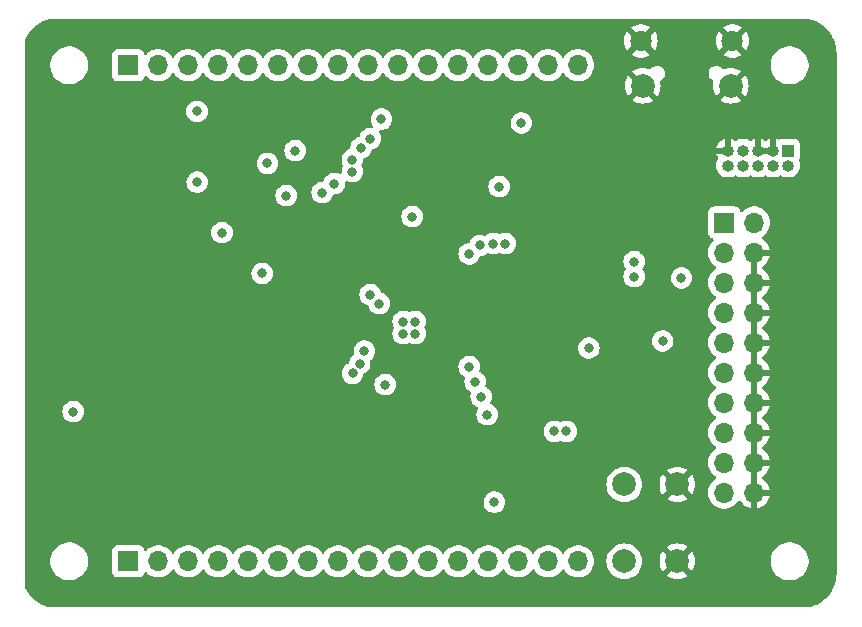
<source format=gbr>
G04 #@! TF.GenerationSoftware,KiCad,Pcbnew,8.0.3+1*
G04 #@! TF.CreationDate,2024-07-01T11:39:10+00:00*
G04 #@! TF.ProjectId,STM32103_Devel,53544d33-3231-4303-935f-446576656c2e,0.0.2*
G04 #@! TF.SameCoordinates,Original*
G04 #@! TF.FileFunction,Copper,L3,Inr*
G04 #@! TF.FilePolarity,Positive*
%FSLAX46Y46*%
G04 Gerber Fmt 4.6, Leading zero omitted, Abs format (unit mm)*
G04 Created by KiCad (PCBNEW 8.0.3+1) date 2024-07-01 11:39:10*
%MOMM*%
%LPD*%
G01*
G04 APERTURE LIST*
G04 #@! TA.AperFunction,ComponentPad*
%ADD10C,2.000000*%
G04 #@! TD*
G04 #@! TA.AperFunction,ComponentPad*
%ADD11C,1.800000*%
G04 #@! TD*
G04 #@! TA.AperFunction,ComponentPad*
%ADD12R,1.700000X1.700000*%
G04 #@! TD*
G04 #@! TA.AperFunction,ComponentPad*
%ADD13O,1.700000X1.700000*%
G04 #@! TD*
G04 #@! TA.AperFunction,ComponentPad*
%ADD14R,1.000000X1.000000*%
G04 #@! TD*
G04 #@! TA.AperFunction,ComponentPad*
%ADD15O,1.000000X1.000000*%
G04 #@! TD*
G04 #@! TA.AperFunction,ViaPad*
%ADD16C,0.800000*%
G04 #@! TD*
G04 APERTURE END LIST*
D10*
X151000000Y-116000000D03*
X151000000Y-109500000D03*
X155500000Y-116000000D03*
X155500000Y-109500000D03*
D11*
X160159000Y-71940000D03*
D10*
X160009000Y-75740000D03*
X152559000Y-75740000D03*
D11*
X152409000Y-71940000D03*
D12*
X109000000Y-74000000D03*
D13*
X111540000Y-74000000D03*
X114080000Y-74000000D03*
X116620000Y-74000000D03*
X119160000Y-74000000D03*
X121700000Y-74000000D03*
X124240000Y-74000000D03*
X126780000Y-74000000D03*
X129320000Y-74000000D03*
X131860000Y-74000000D03*
X134400000Y-74000000D03*
X136940000Y-74000000D03*
X139480000Y-74000000D03*
X142020000Y-74000000D03*
X144560000Y-74000000D03*
X147100000Y-74000000D03*
D12*
X109000000Y-116000000D03*
D13*
X111540000Y-116000000D03*
X114080000Y-116000000D03*
X116620000Y-116000000D03*
X119160000Y-116000000D03*
X121700000Y-116000000D03*
X124240000Y-116000000D03*
X126780000Y-116000000D03*
X129320000Y-116000000D03*
X131860000Y-116000000D03*
X134400000Y-116000000D03*
X136940000Y-116000000D03*
X139480000Y-116000000D03*
X142020000Y-116000000D03*
X144560000Y-116000000D03*
X147100000Y-116000000D03*
D12*
X159462000Y-87320000D03*
D13*
X162002000Y-87320000D03*
X159462000Y-89860000D03*
X162002000Y-89860000D03*
X159462000Y-92400000D03*
X162002000Y-92400000D03*
X159462000Y-94940000D03*
X162002000Y-94940000D03*
X159462000Y-97480000D03*
X162002000Y-97480000D03*
X159462000Y-100020000D03*
X162002000Y-100020000D03*
X159462000Y-102560000D03*
X162002000Y-102560000D03*
X159462000Y-105100000D03*
X162002000Y-105100000D03*
X159462000Y-107640000D03*
X162002000Y-107640000D03*
X159462000Y-110180000D03*
X162002000Y-110180000D03*
D14*
X164859000Y-81224000D03*
D15*
X164859000Y-82494000D03*
X163589000Y-81224000D03*
X163589000Y-82494000D03*
X162319000Y-81224000D03*
X162319000Y-82494000D03*
X161049000Y-81224000D03*
X161049000Y-82494000D03*
X159779000Y-81224000D03*
X159779000Y-82494000D03*
D16*
X133046000Y-86812000D03*
X123140000Y-81224000D03*
X122378000Y-85034000D03*
X130760000Y-101036000D03*
X116944443Y-88181557D03*
X104344000Y-103322000D03*
X142284000Y-78890000D03*
X145084000Y-105000000D03*
X146100000Y-105000000D03*
X114846300Y-83906600D03*
X148000000Y-97956000D03*
X114820900Y-77912200D03*
X114504000Y-91130000D03*
X162065000Y-84780000D03*
X157366000Y-95829000D03*
X126378000Y-78811000D03*
X128728000Y-80970000D03*
X140000000Y-111000000D03*
X120350661Y-91633341D03*
X155842000Y-92019000D03*
X137872000Y-89969009D03*
X137872000Y-99512000D03*
X125426000Y-84782301D03*
X126442000Y-84018000D03*
X127975000Y-83002000D03*
X127975000Y-81986000D03*
X129490000Y-80208000D03*
X140412000Y-84272000D03*
X130435840Y-78571897D03*
X154255000Y-97353000D03*
X140920000Y-89098000D03*
X139396000Y-103576000D03*
X139904000Y-89098000D03*
X138888000Y-102052000D03*
X151842000Y-91892000D03*
X138779999Y-89243999D03*
X138380000Y-100782000D03*
X151842000Y-90622000D03*
X132284000Y-96718000D03*
X133300000Y-96718000D03*
X133300000Y-95702000D03*
X132284000Y-95702000D03*
X130252000Y-94178000D03*
X129490000Y-93416000D03*
X128601000Y-99258008D03*
X127999990Y-100093718D03*
X128994924Y-98211844D03*
X120790499Y-82303501D03*
G04 #@! TA.AperFunction,Conductor*
G36*
X162256000Y-109749297D02*
G01*
X162194993Y-109714075D01*
X162067826Y-109680000D01*
X161936174Y-109680000D01*
X161809007Y-109714075D01*
X161748000Y-109749297D01*
X161748000Y-108070702D01*
X161809007Y-108105925D01*
X161936174Y-108140000D01*
X162067826Y-108140000D01*
X162194993Y-108105925D01*
X162256000Y-108070702D01*
X162256000Y-109749297D01*
G37*
G04 #@! TD.AperFunction*
G04 #@! TA.AperFunction,Conductor*
G36*
X162256000Y-107209297D02*
G01*
X162194993Y-107174075D01*
X162067826Y-107140000D01*
X161936174Y-107140000D01*
X161809007Y-107174075D01*
X161748000Y-107209297D01*
X161748000Y-105530702D01*
X161809007Y-105565925D01*
X161936174Y-105600000D01*
X162067826Y-105600000D01*
X162194993Y-105565925D01*
X162256000Y-105530702D01*
X162256000Y-107209297D01*
G37*
G04 #@! TD.AperFunction*
G04 #@! TA.AperFunction,Conductor*
G36*
X162256000Y-104669297D02*
G01*
X162194993Y-104634075D01*
X162067826Y-104600000D01*
X161936174Y-104600000D01*
X161809007Y-104634075D01*
X161748000Y-104669297D01*
X161748000Y-102990702D01*
X161809007Y-103025925D01*
X161936174Y-103060000D01*
X162067826Y-103060000D01*
X162194993Y-103025925D01*
X162256000Y-102990702D01*
X162256000Y-104669297D01*
G37*
G04 #@! TD.AperFunction*
G04 #@! TA.AperFunction,Conductor*
G36*
X162256000Y-102129297D02*
G01*
X162194993Y-102094075D01*
X162067826Y-102060000D01*
X161936174Y-102060000D01*
X161809007Y-102094075D01*
X161748000Y-102129297D01*
X161748000Y-100450702D01*
X161809007Y-100485925D01*
X161936174Y-100520000D01*
X162067826Y-100520000D01*
X162194993Y-100485925D01*
X162256000Y-100450702D01*
X162256000Y-102129297D01*
G37*
G04 #@! TD.AperFunction*
G04 #@! TA.AperFunction,Conductor*
G36*
X162256000Y-99589297D02*
G01*
X162194993Y-99554075D01*
X162067826Y-99520000D01*
X161936174Y-99520000D01*
X161809007Y-99554075D01*
X161748000Y-99589297D01*
X161748000Y-97910702D01*
X161809007Y-97945925D01*
X161936174Y-97980000D01*
X162067826Y-97980000D01*
X162194993Y-97945925D01*
X162256000Y-97910702D01*
X162256000Y-99589297D01*
G37*
G04 #@! TD.AperFunction*
G04 #@! TA.AperFunction,Conductor*
G36*
X162256000Y-97049297D02*
G01*
X162194993Y-97014075D01*
X162067826Y-96980000D01*
X161936174Y-96980000D01*
X161809007Y-97014075D01*
X161748000Y-97049297D01*
X161748000Y-95370702D01*
X161809007Y-95405925D01*
X161936174Y-95440000D01*
X162067826Y-95440000D01*
X162194993Y-95405925D01*
X162256000Y-95370702D01*
X162256000Y-97049297D01*
G37*
G04 #@! TD.AperFunction*
G04 #@! TA.AperFunction,Conductor*
G36*
X162256000Y-94509297D02*
G01*
X162194993Y-94474075D01*
X162067826Y-94440000D01*
X161936174Y-94440000D01*
X161809007Y-94474075D01*
X161748000Y-94509297D01*
X161748000Y-92830702D01*
X161809007Y-92865925D01*
X161936174Y-92900000D01*
X162067826Y-92900000D01*
X162194993Y-92865925D01*
X162256000Y-92830702D01*
X162256000Y-94509297D01*
G37*
G04 #@! TD.AperFunction*
G04 #@! TA.AperFunction,Conductor*
G36*
X162256000Y-91969297D02*
G01*
X162194993Y-91934075D01*
X162067826Y-91900000D01*
X161936174Y-91900000D01*
X161809007Y-91934075D01*
X161748000Y-91969297D01*
X161748000Y-90290702D01*
X161809007Y-90325925D01*
X161936174Y-90360000D01*
X162067826Y-90360000D01*
X162194993Y-90325925D01*
X162256000Y-90290702D01*
X162256000Y-91969297D01*
G37*
G04 #@! TD.AperFunction*
G04 #@! TA.AperFunction,Conductor*
G36*
X166671776Y-70104793D02*
G01*
X166912793Y-70169373D01*
X166925336Y-70173449D01*
X167203671Y-70280292D01*
X167215719Y-70285656D01*
X167481368Y-70421010D01*
X167492785Y-70427601D01*
X167742838Y-70589988D01*
X167753495Y-70597732D01*
X167985197Y-70785360D01*
X167994998Y-70794185D01*
X168205814Y-71005001D01*
X168214639Y-71014802D01*
X168402263Y-71246498D01*
X168410013Y-71257164D01*
X168572394Y-71507208D01*
X168578989Y-71518631D01*
X168714343Y-71784280D01*
X168719707Y-71796327D01*
X168826550Y-72074661D01*
X168830626Y-72087205D01*
X168907790Y-72375188D01*
X168910532Y-72388088D01*
X168957172Y-72682563D01*
X168958550Y-72695679D01*
X168974327Y-72996698D01*
X168974500Y-73003293D01*
X168974500Y-116996706D01*
X168974327Y-117003301D01*
X168958550Y-117304320D01*
X168957172Y-117317436D01*
X168910532Y-117611911D01*
X168907790Y-117624811D01*
X168830626Y-117912794D01*
X168826550Y-117925338D01*
X168719707Y-118203672D01*
X168714343Y-118215719D01*
X168578989Y-118481368D01*
X168572394Y-118492791D01*
X168410015Y-118742832D01*
X168402263Y-118753501D01*
X168214639Y-118985197D01*
X168205814Y-118994998D01*
X167994998Y-119205814D01*
X167985197Y-119214639D01*
X167753501Y-119402263D01*
X167742832Y-119410015D01*
X167492791Y-119572394D01*
X167481368Y-119578989D01*
X167215719Y-119714343D01*
X167203671Y-119719707D01*
X166925336Y-119826550D01*
X166912794Y-119830626D01*
X166748336Y-119874692D01*
X166671774Y-119895207D01*
X166639165Y-119899500D01*
X102360835Y-119899500D01*
X102328224Y-119895207D01*
X102087206Y-119830626D01*
X102074663Y-119826550D01*
X101796328Y-119719707D01*
X101784280Y-119714343D01*
X101518631Y-119578989D01*
X101507208Y-119572394D01*
X101257167Y-119410015D01*
X101246498Y-119402263D01*
X101187493Y-119354482D01*
X101014802Y-119214639D01*
X101005001Y-119205814D01*
X100794185Y-118994998D01*
X100785360Y-118985197D01*
X100597736Y-118753501D01*
X100589988Y-118742838D01*
X100427601Y-118492785D01*
X100421010Y-118481368D01*
X100297733Y-118239420D01*
X100284000Y-118182218D01*
X100284000Y-115874038D01*
X102399500Y-115874038D01*
X102399500Y-116125962D01*
X102417029Y-116236632D01*
X102438911Y-116374790D01*
X102483662Y-116512518D01*
X102516759Y-116614379D01*
X102631130Y-116838845D01*
X102779207Y-117042656D01*
X102779209Y-117042658D01*
X102779211Y-117042661D01*
X102957338Y-117220788D01*
X102957341Y-117220790D01*
X102957344Y-117220793D01*
X103161155Y-117368870D01*
X103385621Y-117483241D01*
X103625215Y-117561090D01*
X103874038Y-117600500D01*
X103874041Y-117600500D01*
X104125959Y-117600500D01*
X104125962Y-117600500D01*
X104374785Y-117561090D01*
X104614379Y-117483241D01*
X104838845Y-117368870D01*
X105042656Y-117220793D01*
X105220793Y-117042656D01*
X105368870Y-116838845D01*
X105483241Y-116614379D01*
X105561090Y-116374785D01*
X105600500Y-116125962D01*
X105600500Y-115874038D01*
X105561090Y-115625215D01*
X105483241Y-115385621D01*
X105368870Y-115161155D01*
X105325419Y-115101350D01*
X107641500Y-115101350D01*
X107641500Y-116898649D01*
X107648009Y-116959196D01*
X107648011Y-116959204D01*
X107699110Y-117096202D01*
X107699112Y-117096207D01*
X107786738Y-117213261D01*
X107903792Y-117300887D01*
X107903794Y-117300888D01*
X107903796Y-117300889D01*
X107930690Y-117310920D01*
X108040795Y-117351988D01*
X108040803Y-117351990D01*
X108101350Y-117358499D01*
X108101355Y-117358499D01*
X108101362Y-117358500D01*
X108101368Y-117358500D01*
X109898632Y-117358500D01*
X109898638Y-117358500D01*
X109898645Y-117358499D01*
X109898649Y-117358499D01*
X109959196Y-117351990D01*
X109959199Y-117351989D01*
X109959201Y-117351989D01*
X109969253Y-117348240D01*
X109978045Y-117344960D01*
X110096204Y-117300889D01*
X110166399Y-117248342D01*
X110213261Y-117213261D01*
X110300886Y-117096208D01*
X110300885Y-117096208D01*
X110300889Y-117096204D01*
X110344999Y-116977939D01*
X110387545Y-116921107D01*
X110454066Y-116896296D01*
X110523440Y-116911388D01*
X110555753Y-116936635D01*
X110614085Y-117000000D01*
X110616762Y-117002908D01*
X110617267Y-117003301D01*
X110794424Y-117141189D01*
X110992426Y-117248342D01*
X110992427Y-117248342D01*
X110992428Y-117248343D01*
X111104227Y-117286723D01*
X111205365Y-117321444D01*
X111427431Y-117358500D01*
X111427435Y-117358500D01*
X111652565Y-117358500D01*
X111652569Y-117358500D01*
X111874635Y-117321444D01*
X112087574Y-117248342D01*
X112285576Y-117141189D01*
X112463240Y-117002906D01*
X112615722Y-116837268D01*
X112704518Y-116701354D01*
X112758520Y-116655268D01*
X112828868Y-116645692D01*
X112893225Y-116675669D01*
X112915480Y-116701353D01*
X112948607Y-116752058D01*
X113004275Y-116837265D01*
X113004279Y-116837270D01*
X113072511Y-116911388D01*
X113151052Y-116996706D01*
X113156762Y-117002908D01*
X113157267Y-117003301D01*
X113334424Y-117141189D01*
X113532426Y-117248342D01*
X113532427Y-117248342D01*
X113532428Y-117248343D01*
X113644227Y-117286723D01*
X113745365Y-117321444D01*
X113967431Y-117358500D01*
X113967435Y-117358500D01*
X114192565Y-117358500D01*
X114192569Y-117358500D01*
X114414635Y-117321444D01*
X114627574Y-117248342D01*
X114825576Y-117141189D01*
X115003240Y-117002906D01*
X115155722Y-116837268D01*
X115244518Y-116701354D01*
X115298520Y-116655268D01*
X115368868Y-116645692D01*
X115433225Y-116675669D01*
X115455480Y-116701353D01*
X115488607Y-116752058D01*
X115544275Y-116837265D01*
X115544279Y-116837270D01*
X115612511Y-116911388D01*
X115691052Y-116996706D01*
X115696762Y-117002908D01*
X115697267Y-117003301D01*
X115874424Y-117141189D01*
X116072426Y-117248342D01*
X116072427Y-117248342D01*
X116072428Y-117248343D01*
X116184227Y-117286723D01*
X116285365Y-117321444D01*
X116507431Y-117358500D01*
X116507435Y-117358500D01*
X116732565Y-117358500D01*
X116732569Y-117358500D01*
X116954635Y-117321444D01*
X117167574Y-117248342D01*
X117365576Y-117141189D01*
X117543240Y-117002906D01*
X117695722Y-116837268D01*
X117784518Y-116701354D01*
X117838520Y-116655268D01*
X117908868Y-116645692D01*
X117973225Y-116675669D01*
X117995480Y-116701353D01*
X118028607Y-116752058D01*
X118084275Y-116837265D01*
X118084279Y-116837270D01*
X118152511Y-116911388D01*
X118231052Y-116996706D01*
X118236762Y-117002908D01*
X118237267Y-117003301D01*
X118414424Y-117141189D01*
X118612426Y-117248342D01*
X118612427Y-117248342D01*
X118612428Y-117248343D01*
X118724227Y-117286723D01*
X118825365Y-117321444D01*
X119047431Y-117358500D01*
X119047435Y-117358500D01*
X119272565Y-117358500D01*
X119272569Y-117358500D01*
X119494635Y-117321444D01*
X119707574Y-117248342D01*
X119905576Y-117141189D01*
X120083240Y-117002906D01*
X120235722Y-116837268D01*
X120324518Y-116701354D01*
X120378520Y-116655268D01*
X120448868Y-116645692D01*
X120513225Y-116675669D01*
X120535480Y-116701353D01*
X120568607Y-116752058D01*
X120624275Y-116837265D01*
X120624279Y-116837270D01*
X120692511Y-116911388D01*
X120771052Y-116996706D01*
X120776762Y-117002908D01*
X120777267Y-117003301D01*
X120954424Y-117141189D01*
X121152426Y-117248342D01*
X121152427Y-117248342D01*
X121152428Y-117248343D01*
X121264227Y-117286723D01*
X121365365Y-117321444D01*
X121587431Y-117358500D01*
X121587435Y-117358500D01*
X121812565Y-117358500D01*
X121812569Y-117358500D01*
X122034635Y-117321444D01*
X122247574Y-117248342D01*
X122445576Y-117141189D01*
X122623240Y-117002906D01*
X122775722Y-116837268D01*
X122864518Y-116701354D01*
X122918520Y-116655268D01*
X122988868Y-116645692D01*
X123053225Y-116675669D01*
X123075480Y-116701353D01*
X123108607Y-116752058D01*
X123164275Y-116837265D01*
X123164279Y-116837270D01*
X123232511Y-116911388D01*
X123311052Y-116996706D01*
X123316762Y-117002908D01*
X123317267Y-117003301D01*
X123494424Y-117141189D01*
X123692426Y-117248342D01*
X123692427Y-117248342D01*
X123692428Y-117248343D01*
X123804227Y-117286723D01*
X123905365Y-117321444D01*
X124127431Y-117358500D01*
X124127435Y-117358500D01*
X124352565Y-117358500D01*
X124352569Y-117358500D01*
X124574635Y-117321444D01*
X124787574Y-117248342D01*
X124985576Y-117141189D01*
X125163240Y-117002906D01*
X125315722Y-116837268D01*
X125404518Y-116701354D01*
X125458520Y-116655268D01*
X125528868Y-116645692D01*
X125593225Y-116675669D01*
X125615480Y-116701353D01*
X125648607Y-116752058D01*
X125704275Y-116837265D01*
X125704279Y-116837270D01*
X125772511Y-116911388D01*
X125851052Y-116996706D01*
X125856762Y-117002908D01*
X125857267Y-117003301D01*
X126034424Y-117141189D01*
X126232426Y-117248342D01*
X126232427Y-117248342D01*
X126232428Y-117248343D01*
X126344227Y-117286723D01*
X126445365Y-117321444D01*
X126667431Y-117358500D01*
X126667435Y-117358500D01*
X126892565Y-117358500D01*
X126892569Y-117358500D01*
X127114635Y-117321444D01*
X127327574Y-117248342D01*
X127525576Y-117141189D01*
X127703240Y-117002906D01*
X127855722Y-116837268D01*
X127944518Y-116701354D01*
X127998520Y-116655268D01*
X128068868Y-116645692D01*
X128133225Y-116675669D01*
X128155480Y-116701353D01*
X128188607Y-116752058D01*
X128244275Y-116837265D01*
X128244279Y-116837270D01*
X128312511Y-116911388D01*
X128391052Y-116996706D01*
X128396762Y-117002908D01*
X128397267Y-117003301D01*
X128574424Y-117141189D01*
X128772426Y-117248342D01*
X128772427Y-117248342D01*
X128772428Y-117248343D01*
X128884227Y-117286723D01*
X128985365Y-117321444D01*
X129207431Y-117358500D01*
X129207435Y-117358500D01*
X129432565Y-117358500D01*
X129432569Y-117358500D01*
X129654635Y-117321444D01*
X129867574Y-117248342D01*
X130065576Y-117141189D01*
X130243240Y-117002906D01*
X130395722Y-116837268D01*
X130484518Y-116701354D01*
X130538520Y-116655268D01*
X130608868Y-116645692D01*
X130673225Y-116675669D01*
X130695480Y-116701353D01*
X130728607Y-116752058D01*
X130784275Y-116837265D01*
X130784279Y-116837270D01*
X130852511Y-116911388D01*
X130931052Y-116996706D01*
X130936762Y-117002908D01*
X130937267Y-117003301D01*
X131114424Y-117141189D01*
X131312426Y-117248342D01*
X131312427Y-117248342D01*
X131312428Y-117248343D01*
X131424227Y-117286723D01*
X131525365Y-117321444D01*
X131747431Y-117358500D01*
X131747435Y-117358500D01*
X131972565Y-117358500D01*
X131972569Y-117358500D01*
X132194635Y-117321444D01*
X132407574Y-117248342D01*
X132605576Y-117141189D01*
X132783240Y-117002906D01*
X132935722Y-116837268D01*
X133024518Y-116701354D01*
X133078520Y-116655268D01*
X133148868Y-116645692D01*
X133213225Y-116675669D01*
X133235480Y-116701353D01*
X133268607Y-116752058D01*
X133324275Y-116837265D01*
X133324279Y-116837270D01*
X133392511Y-116911388D01*
X133471052Y-116996706D01*
X133476762Y-117002908D01*
X133477267Y-117003301D01*
X133654424Y-117141189D01*
X133852426Y-117248342D01*
X133852427Y-117248342D01*
X133852428Y-117248343D01*
X133964227Y-117286723D01*
X134065365Y-117321444D01*
X134287431Y-117358500D01*
X134287435Y-117358500D01*
X134512565Y-117358500D01*
X134512569Y-117358500D01*
X134734635Y-117321444D01*
X134947574Y-117248342D01*
X135145576Y-117141189D01*
X135323240Y-117002906D01*
X135475722Y-116837268D01*
X135564518Y-116701354D01*
X135618520Y-116655268D01*
X135688868Y-116645692D01*
X135753225Y-116675669D01*
X135775480Y-116701353D01*
X135808607Y-116752058D01*
X135864275Y-116837265D01*
X135864279Y-116837270D01*
X135932511Y-116911388D01*
X136011052Y-116996706D01*
X136016762Y-117002908D01*
X136017267Y-117003301D01*
X136194424Y-117141189D01*
X136392426Y-117248342D01*
X136392427Y-117248342D01*
X136392428Y-117248343D01*
X136504227Y-117286723D01*
X136605365Y-117321444D01*
X136827431Y-117358500D01*
X136827435Y-117358500D01*
X137052565Y-117358500D01*
X137052569Y-117358500D01*
X137274635Y-117321444D01*
X137487574Y-117248342D01*
X137685576Y-117141189D01*
X137863240Y-117002906D01*
X138015722Y-116837268D01*
X138104518Y-116701354D01*
X138158520Y-116655268D01*
X138228868Y-116645692D01*
X138293225Y-116675669D01*
X138315480Y-116701353D01*
X138348607Y-116752058D01*
X138404275Y-116837265D01*
X138404279Y-116837270D01*
X138472511Y-116911388D01*
X138551052Y-116996706D01*
X138556762Y-117002908D01*
X138557267Y-117003301D01*
X138734424Y-117141189D01*
X138932426Y-117248342D01*
X138932427Y-117248342D01*
X138932428Y-117248343D01*
X139044227Y-117286723D01*
X139145365Y-117321444D01*
X139367431Y-117358500D01*
X139367435Y-117358500D01*
X139592565Y-117358500D01*
X139592569Y-117358500D01*
X139814635Y-117321444D01*
X140027574Y-117248342D01*
X140225576Y-117141189D01*
X140403240Y-117002906D01*
X140555722Y-116837268D01*
X140644518Y-116701354D01*
X140698520Y-116655268D01*
X140768868Y-116645692D01*
X140833225Y-116675669D01*
X140855480Y-116701353D01*
X140888607Y-116752058D01*
X140944275Y-116837265D01*
X140944279Y-116837270D01*
X141012511Y-116911388D01*
X141091052Y-116996706D01*
X141096762Y-117002908D01*
X141097267Y-117003301D01*
X141274424Y-117141189D01*
X141472426Y-117248342D01*
X141472427Y-117248342D01*
X141472428Y-117248343D01*
X141584227Y-117286723D01*
X141685365Y-117321444D01*
X141907431Y-117358500D01*
X141907435Y-117358500D01*
X142132565Y-117358500D01*
X142132569Y-117358500D01*
X142354635Y-117321444D01*
X142567574Y-117248342D01*
X142765576Y-117141189D01*
X142943240Y-117002906D01*
X143095722Y-116837268D01*
X143184518Y-116701354D01*
X143238520Y-116655268D01*
X143308868Y-116645692D01*
X143373225Y-116675669D01*
X143395480Y-116701353D01*
X143428607Y-116752058D01*
X143484275Y-116837265D01*
X143484279Y-116837270D01*
X143552511Y-116911388D01*
X143631052Y-116996706D01*
X143636762Y-117002908D01*
X143637267Y-117003301D01*
X143814424Y-117141189D01*
X144012426Y-117248342D01*
X144012427Y-117248342D01*
X144012428Y-117248343D01*
X144124227Y-117286723D01*
X144225365Y-117321444D01*
X144447431Y-117358500D01*
X144447435Y-117358500D01*
X144672565Y-117358500D01*
X144672569Y-117358500D01*
X144894635Y-117321444D01*
X145107574Y-117248342D01*
X145305576Y-117141189D01*
X145483240Y-117002906D01*
X145635722Y-116837268D01*
X145724518Y-116701354D01*
X145778520Y-116655268D01*
X145848868Y-116645692D01*
X145913225Y-116675669D01*
X145935480Y-116701353D01*
X145968607Y-116752058D01*
X146024275Y-116837265D01*
X146024279Y-116837270D01*
X146092511Y-116911388D01*
X146171052Y-116996706D01*
X146176762Y-117002908D01*
X146177267Y-117003301D01*
X146354424Y-117141189D01*
X146552426Y-117248342D01*
X146552427Y-117248342D01*
X146552428Y-117248343D01*
X146664227Y-117286723D01*
X146765365Y-117321444D01*
X146987431Y-117358500D01*
X146987435Y-117358500D01*
X147212565Y-117358500D01*
X147212569Y-117358500D01*
X147434635Y-117321444D01*
X147647574Y-117248342D01*
X147845576Y-117141189D01*
X148023240Y-117002906D01*
X148175722Y-116837268D01*
X148298860Y-116648791D01*
X148389296Y-116442616D01*
X148444564Y-116224368D01*
X148463156Y-116000000D01*
X149486835Y-116000000D01*
X149505465Y-116236710D01*
X149560894Y-116467592D01*
X149638632Y-116655268D01*
X149651760Y-116686963D01*
X149766310Y-116873891D01*
X149775825Y-116889417D01*
X149775826Y-116889419D01*
X149930030Y-117069969D01*
X150106623Y-117220793D01*
X150110584Y-117224176D01*
X150313037Y-117348240D01*
X150532406Y-117439105D01*
X150763289Y-117494535D01*
X151000000Y-117513165D01*
X151236711Y-117494535D01*
X151467594Y-117439105D01*
X151686963Y-117348240D01*
X151889416Y-117224176D01*
X152069969Y-117069969D01*
X152224176Y-116889416D01*
X152348240Y-116686963D01*
X152439105Y-116467594D01*
X152494535Y-116236711D01*
X152513165Y-116000000D01*
X153987337Y-116000000D01*
X154005960Y-116236632D01*
X154061371Y-116467437D01*
X154152208Y-116686738D01*
X154266896Y-116873890D01*
X154266897Y-116873890D01*
X154975016Y-116165771D01*
X154987482Y-116212292D01*
X155059890Y-116337708D01*
X155162292Y-116440110D01*
X155287708Y-116512518D01*
X155334226Y-116524982D01*
X154626107Y-117233101D01*
X154626108Y-117233102D01*
X154813261Y-117347791D01*
X155032562Y-117438628D01*
X155263367Y-117494039D01*
X155500000Y-117512662D01*
X155736632Y-117494039D01*
X155967437Y-117438628D01*
X156186738Y-117347791D01*
X156373890Y-117233102D01*
X156373891Y-117233102D01*
X155665772Y-116524982D01*
X155712292Y-116512518D01*
X155837708Y-116440110D01*
X155940110Y-116337708D01*
X156012518Y-116212292D01*
X156024983Y-116165772D01*
X156733102Y-116873891D01*
X156733102Y-116873890D01*
X156847791Y-116686738D01*
X156938628Y-116467437D01*
X156994039Y-116236632D01*
X157012662Y-116000000D01*
X157002749Y-115874038D01*
X163399500Y-115874038D01*
X163399500Y-116125962D01*
X163417029Y-116236632D01*
X163438911Y-116374790D01*
X163483662Y-116512518D01*
X163516759Y-116614379D01*
X163631130Y-116838845D01*
X163779207Y-117042656D01*
X163779209Y-117042658D01*
X163779211Y-117042661D01*
X163957338Y-117220788D01*
X163957341Y-117220790D01*
X163957344Y-117220793D01*
X164161155Y-117368870D01*
X164385621Y-117483241D01*
X164625215Y-117561090D01*
X164874038Y-117600500D01*
X164874041Y-117600500D01*
X165125959Y-117600500D01*
X165125962Y-117600500D01*
X165374785Y-117561090D01*
X165614379Y-117483241D01*
X165838845Y-117368870D01*
X166042656Y-117220793D01*
X166220793Y-117042656D01*
X166368870Y-116838845D01*
X166483241Y-116614379D01*
X166561090Y-116374785D01*
X166600500Y-116125962D01*
X166600500Y-115874038D01*
X166561090Y-115625215D01*
X166483241Y-115385621D01*
X166368870Y-115161155D01*
X166220793Y-114957344D01*
X166220790Y-114957341D01*
X166220788Y-114957338D01*
X166042661Y-114779211D01*
X166042658Y-114779209D01*
X166042656Y-114779207D01*
X165889235Y-114667741D01*
X165838848Y-114631132D01*
X165838847Y-114631131D01*
X165838845Y-114631130D01*
X165614379Y-114516759D01*
X165614376Y-114516758D01*
X165614374Y-114516757D01*
X165374790Y-114438911D01*
X165374786Y-114438910D01*
X165374785Y-114438910D01*
X165125962Y-114399500D01*
X164874038Y-114399500D01*
X164625215Y-114438910D01*
X164625209Y-114438911D01*
X164385625Y-114516757D01*
X164385619Y-114516760D01*
X164161151Y-114631132D01*
X163957341Y-114779209D01*
X163957338Y-114779211D01*
X163779211Y-114957338D01*
X163779209Y-114957341D01*
X163631132Y-115161151D01*
X163516760Y-115385619D01*
X163516757Y-115385625D01*
X163438911Y-115625209D01*
X163438910Y-115625214D01*
X163438910Y-115625215D01*
X163399500Y-115874038D01*
X157002749Y-115874038D01*
X156994039Y-115763367D01*
X156938628Y-115532562D01*
X156847791Y-115313261D01*
X156733102Y-115126108D01*
X156733101Y-115126107D01*
X156024982Y-115834226D01*
X156012518Y-115787708D01*
X155940110Y-115662292D01*
X155837708Y-115559890D01*
X155712292Y-115487482D01*
X155665771Y-115475016D01*
X156373890Y-114766897D01*
X156373890Y-114766896D01*
X156186738Y-114652208D01*
X155967437Y-114561371D01*
X155736632Y-114505960D01*
X155500000Y-114487337D01*
X155263367Y-114505960D01*
X155032562Y-114561371D01*
X154813266Y-114652206D01*
X154626108Y-114766897D01*
X154626108Y-114766898D01*
X155334227Y-115475017D01*
X155287708Y-115487482D01*
X155162292Y-115559890D01*
X155059890Y-115662292D01*
X154987482Y-115787708D01*
X154975017Y-115834227D01*
X154266898Y-115126108D01*
X154266897Y-115126108D01*
X154152206Y-115313266D01*
X154061371Y-115532562D01*
X154005960Y-115763367D01*
X153987337Y-116000000D01*
X152513165Y-116000000D01*
X152494535Y-115763289D01*
X152439105Y-115532406D01*
X152348240Y-115313037D01*
X152224176Y-115110584D01*
X152216300Y-115101362D01*
X152069969Y-114930030D01*
X151889419Y-114775826D01*
X151889417Y-114775825D01*
X151889416Y-114775824D01*
X151686963Y-114651760D01*
X151677908Y-114648009D01*
X151467592Y-114560894D01*
X151283754Y-114516759D01*
X151236711Y-114505465D01*
X151000000Y-114486835D01*
X150763289Y-114505465D01*
X150532407Y-114560894D01*
X150313038Y-114651759D01*
X150110582Y-114775825D01*
X150110580Y-114775826D01*
X149930030Y-114930030D01*
X149775826Y-115110580D01*
X149775825Y-115110582D01*
X149651759Y-115313038D01*
X149560894Y-115532407D01*
X149505465Y-115763289D01*
X149486835Y-116000000D01*
X148463156Y-116000000D01*
X148444564Y-115775632D01*
X148389296Y-115557384D01*
X148298860Y-115351209D01*
X148281500Y-115324637D01*
X148175724Y-115162734D01*
X148175720Y-115162729D01*
X148023237Y-114997091D01*
X147903367Y-114903792D01*
X147845576Y-114858811D01*
X147647574Y-114751658D01*
X147647572Y-114751657D01*
X147647571Y-114751656D01*
X147434639Y-114678557D01*
X147434630Y-114678555D01*
X147390476Y-114671187D01*
X147212569Y-114641500D01*
X146987431Y-114641500D01*
X146839211Y-114666233D01*
X146765369Y-114678555D01*
X146765360Y-114678557D01*
X146552428Y-114751656D01*
X146552426Y-114751658D01*
X146354426Y-114858810D01*
X146354424Y-114858811D01*
X146176762Y-114997091D01*
X146024279Y-115162729D01*
X145935483Y-115298643D01*
X145881479Y-115344731D01*
X145811131Y-115354306D01*
X145746774Y-115324329D01*
X145724517Y-115298643D01*
X145635720Y-115162729D01*
X145483237Y-114997091D01*
X145363367Y-114903792D01*
X145305576Y-114858811D01*
X145107574Y-114751658D01*
X145107572Y-114751657D01*
X145107571Y-114751656D01*
X144894639Y-114678557D01*
X144894630Y-114678555D01*
X144850476Y-114671187D01*
X144672569Y-114641500D01*
X144447431Y-114641500D01*
X144299211Y-114666233D01*
X144225369Y-114678555D01*
X144225360Y-114678557D01*
X144012428Y-114751656D01*
X144012426Y-114751658D01*
X143814426Y-114858810D01*
X143814424Y-114858811D01*
X143636762Y-114997091D01*
X143484279Y-115162729D01*
X143395483Y-115298643D01*
X143341479Y-115344731D01*
X143271131Y-115354306D01*
X143206774Y-115324329D01*
X143184517Y-115298643D01*
X143095720Y-115162729D01*
X142943237Y-114997091D01*
X142823367Y-114903792D01*
X142765576Y-114858811D01*
X142567574Y-114751658D01*
X142567572Y-114751657D01*
X142567571Y-114751656D01*
X142354639Y-114678557D01*
X142354630Y-114678555D01*
X142310476Y-114671187D01*
X142132569Y-114641500D01*
X141907431Y-114641500D01*
X141759211Y-114666233D01*
X141685369Y-114678555D01*
X141685360Y-114678557D01*
X141472428Y-114751656D01*
X141472426Y-114751658D01*
X141274426Y-114858810D01*
X141274424Y-114858811D01*
X141096762Y-114997091D01*
X140944279Y-115162729D01*
X140855483Y-115298643D01*
X140801479Y-115344731D01*
X140731131Y-115354306D01*
X140666774Y-115324329D01*
X140644517Y-115298643D01*
X140555720Y-115162729D01*
X140403237Y-114997091D01*
X140283367Y-114903792D01*
X140225576Y-114858811D01*
X140027574Y-114751658D01*
X140027572Y-114751657D01*
X140027571Y-114751656D01*
X139814639Y-114678557D01*
X139814630Y-114678555D01*
X139770476Y-114671187D01*
X139592569Y-114641500D01*
X139367431Y-114641500D01*
X139219211Y-114666233D01*
X139145369Y-114678555D01*
X139145360Y-114678557D01*
X138932428Y-114751656D01*
X138932426Y-114751658D01*
X138734426Y-114858810D01*
X138734424Y-114858811D01*
X138556762Y-114997091D01*
X138404279Y-115162729D01*
X138315483Y-115298643D01*
X138261479Y-115344731D01*
X138191131Y-115354306D01*
X138126774Y-115324329D01*
X138104517Y-115298643D01*
X138015720Y-115162729D01*
X137863237Y-114997091D01*
X137743367Y-114903792D01*
X137685576Y-114858811D01*
X137487574Y-114751658D01*
X137487572Y-114751657D01*
X137487571Y-114751656D01*
X137274639Y-114678557D01*
X137274630Y-114678555D01*
X137230476Y-114671187D01*
X137052569Y-114641500D01*
X136827431Y-114641500D01*
X136679211Y-114666233D01*
X136605369Y-114678555D01*
X136605360Y-114678557D01*
X136392428Y-114751656D01*
X136392426Y-114751658D01*
X136194426Y-114858810D01*
X136194424Y-114858811D01*
X136016762Y-114997091D01*
X135864279Y-115162729D01*
X135775483Y-115298643D01*
X135721479Y-115344731D01*
X135651131Y-115354306D01*
X135586774Y-115324329D01*
X135564517Y-115298643D01*
X135475720Y-115162729D01*
X135323237Y-114997091D01*
X135203367Y-114903792D01*
X135145576Y-114858811D01*
X134947574Y-114751658D01*
X134947572Y-114751657D01*
X134947571Y-114751656D01*
X134734639Y-114678557D01*
X134734630Y-114678555D01*
X134690476Y-114671187D01*
X134512569Y-114641500D01*
X134287431Y-114641500D01*
X134139211Y-114666233D01*
X134065369Y-114678555D01*
X134065360Y-114678557D01*
X133852428Y-114751656D01*
X133852426Y-114751658D01*
X133654426Y-114858810D01*
X133654424Y-114858811D01*
X133476762Y-114997091D01*
X133324279Y-115162729D01*
X133235483Y-115298643D01*
X133181479Y-115344731D01*
X133111131Y-115354306D01*
X133046774Y-115324329D01*
X133024517Y-115298643D01*
X132935720Y-115162729D01*
X132783237Y-114997091D01*
X132663367Y-114903792D01*
X132605576Y-114858811D01*
X132407574Y-114751658D01*
X132407572Y-114751657D01*
X132407571Y-114751656D01*
X132194639Y-114678557D01*
X132194630Y-114678555D01*
X132150476Y-114671187D01*
X131972569Y-114641500D01*
X131747431Y-114641500D01*
X131599211Y-114666233D01*
X131525369Y-114678555D01*
X131525360Y-114678557D01*
X131312428Y-114751656D01*
X131312426Y-114751658D01*
X131114426Y-114858810D01*
X131114424Y-114858811D01*
X130936762Y-114997091D01*
X130784279Y-115162729D01*
X130695483Y-115298643D01*
X130641479Y-115344731D01*
X130571131Y-115354306D01*
X130506774Y-115324329D01*
X130484517Y-115298643D01*
X130395720Y-115162729D01*
X130243237Y-114997091D01*
X130123367Y-114903792D01*
X130065576Y-114858811D01*
X129867574Y-114751658D01*
X129867572Y-114751657D01*
X129867571Y-114751656D01*
X129654639Y-114678557D01*
X129654630Y-114678555D01*
X129610476Y-114671187D01*
X129432569Y-114641500D01*
X129207431Y-114641500D01*
X129059211Y-114666233D01*
X128985369Y-114678555D01*
X128985360Y-114678557D01*
X128772428Y-114751656D01*
X128772426Y-114751658D01*
X128574426Y-114858810D01*
X128574424Y-114858811D01*
X128396762Y-114997091D01*
X128244279Y-115162729D01*
X128155483Y-115298643D01*
X128101479Y-115344731D01*
X128031131Y-115354306D01*
X127966774Y-115324329D01*
X127944517Y-115298643D01*
X127855720Y-115162729D01*
X127703237Y-114997091D01*
X127583367Y-114903792D01*
X127525576Y-114858811D01*
X127327574Y-114751658D01*
X127327572Y-114751657D01*
X127327571Y-114751656D01*
X127114639Y-114678557D01*
X127114630Y-114678555D01*
X127070476Y-114671187D01*
X126892569Y-114641500D01*
X126667431Y-114641500D01*
X126519211Y-114666233D01*
X126445369Y-114678555D01*
X126445360Y-114678557D01*
X126232428Y-114751656D01*
X126232426Y-114751658D01*
X126034426Y-114858810D01*
X126034424Y-114858811D01*
X125856762Y-114997091D01*
X125704279Y-115162729D01*
X125615483Y-115298643D01*
X125561479Y-115344731D01*
X125491131Y-115354306D01*
X125426774Y-115324329D01*
X125404517Y-115298643D01*
X125315720Y-115162729D01*
X125163237Y-114997091D01*
X125043367Y-114903792D01*
X124985576Y-114858811D01*
X124787574Y-114751658D01*
X124787572Y-114751657D01*
X124787571Y-114751656D01*
X124574639Y-114678557D01*
X124574630Y-114678555D01*
X124530476Y-114671187D01*
X124352569Y-114641500D01*
X124127431Y-114641500D01*
X123979211Y-114666233D01*
X123905369Y-114678555D01*
X123905360Y-114678557D01*
X123692428Y-114751656D01*
X123692426Y-114751658D01*
X123494426Y-114858810D01*
X123494424Y-114858811D01*
X123316762Y-114997091D01*
X123164279Y-115162729D01*
X123075483Y-115298643D01*
X123021479Y-115344731D01*
X122951131Y-115354306D01*
X122886774Y-115324329D01*
X122864517Y-115298643D01*
X122775720Y-115162729D01*
X122623237Y-114997091D01*
X122503367Y-114903792D01*
X122445576Y-114858811D01*
X122247574Y-114751658D01*
X122247572Y-114751657D01*
X122247571Y-114751656D01*
X122034639Y-114678557D01*
X122034630Y-114678555D01*
X121990476Y-114671187D01*
X121812569Y-114641500D01*
X121587431Y-114641500D01*
X121439211Y-114666233D01*
X121365369Y-114678555D01*
X121365360Y-114678557D01*
X121152428Y-114751656D01*
X121152426Y-114751658D01*
X120954426Y-114858810D01*
X120954424Y-114858811D01*
X120776762Y-114997091D01*
X120624279Y-115162729D01*
X120535483Y-115298643D01*
X120481479Y-115344731D01*
X120411131Y-115354306D01*
X120346774Y-115324329D01*
X120324517Y-115298643D01*
X120235720Y-115162729D01*
X120083237Y-114997091D01*
X119963367Y-114903792D01*
X119905576Y-114858811D01*
X119707574Y-114751658D01*
X119707572Y-114751657D01*
X119707571Y-114751656D01*
X119494639Y-114678557D01*
X119494630Y-114678555D01*
X119450476Y-114671187D01*
X119272569Y-114641500D01*
X119047431Y-114641500D01*
X118899211Y-114666233D01*
X118825369Y-114678555D01*
X118825360Y-114678557D01*
X118612428Y-114751656D01*
X118612426Y-114751658D01*
X118414426Y-114858810D01*
X118414424Y-114858811D01*
X118236762Y-114997091D01*
X118084279Y-115162729D01*
X117995483Y-115298643D01*
X117941479Y-115344731D01*
X117871131Y-115354306D01*
X117806774Y-115324329D01*
X117784517Y-115298643D01*
X117695720Y-115162729D01*
X117543237Y-114997091D01*
X117423367Y-114903792D01*
X117365576Y-114858811D01*
X117167574Y-114751658D01*
X117167572Y-114751657D01*
X117167571Y-114751656D01*
X116954639Y-114678557D01*
X116954630Y-114678555D01*
X116910476Y-114671187D01*
X116732569Y-114641500D01*
X116507431Y-114641500D01*
X116359211Y-114666233D01*
X116285369Y-114678555D01*
X116285360Y-114678557D01*
X116072428Y-114751656D01*
X116072426Y-114751658D01*
X115874426Y-114858810D01*
X115874424Y-114858811D01*
X115696762Y-114997091D01*
X115544279Y-115162729D01*
X115455483Y-115298643D01*
X115401479Y-115344731D01*
X115331131Y-115354306D01*
X115266774Y-115324329D01*
X115244517Y-115298643D01*
X115155720Y-115162729D01*
X115003237Y-114997091D01*
X114883367Y-114903792D01*
X114825576Y-114858811D01*
X114627574Y-114751658D01*
X114627572Y-114751657D01*
X114627571Y-114751656D01*
X114414639Y-114678557D01*
X114414630Y-114678555D01*
X114370476Y-114671187D01*
X114192569Y-114641500D01*
X113967431Y-114641500D01*
X113819211Y-114666233D01*
X113745369Y-114678555D01*
X113745360Y-114678557D01*
X113532428Y-114751656D01*
X113532426Y-114751658D01*
X113334426Y-114858810D01*
X113334424Y-114858811D01*
X113156762Y-114997091D01*
X113004279Y-115162729D01*
X112915483Y-115298643D01*
X112861479Y-115344731D01*
X112791131Y-115354306D01*
X112726774Y-115324329D01*
X112704517Y-115298643D01*
X112615720Y-115162729D01*
X112463237Y-114997091D01*
X112343367Y-114903792D01*
X112285576Y-114858811D01*
X112087574Y-114751658D01*
X112087572Y-114751657D01*
X112087571Y-114751656D01*
X111874639Y-114678557D01*
X111874630Y-114678555D01*
X111830476Y-114671187D01*
X111652569Y-114641500D01*
X111427431Y-114641500D01*
X111279211Y-114666233D01*
X111205369Y-114678555D01*
X111205360Y-114678557D01*
X110992428Y-114751656D01*
X110992426Y-114751658D01*
X110794426Y-114858810D01*
X110794424Y-114858811D01*
X110616762Y-114997091D01*
X110555754Y-115063363D01*
X110494901Y-115099933D01*
X110423936Y-115097798D01*
X110365391Y-115057636D01*
X110344999Y-115022057D01*
X110300889Y-114903797D01*
X110300887Y-114903792D01*
X110213261Y-114786738D01*
X110096207Y-114699112D01*
X110096202Y-114699110D01*
X109959204Y-114648011D01*
X109959196Y-114648009D01*
X109898649Y-114641500D01*
X109898638Y-114641500D01*
X108101362Y-114641500D01*
X108101350Y-114641500D01*
X108040803Y-114648009D01*
X108040795Y-114648011D01*
X107903797Y-114699110D01*
X107903792Y-114699112D01*
X107786738Y-114786738D01*
X107699112Y-114903792D01*
X107699110Y-114903797D01*
X107648011Y-115040795D01*
X107648009Y-115040803D01*
X107641500Y-115101350D01*
X105325419Y-115101350D01*
X105220793Y-114957344D01*
X105220790Y-114957341D01*
X105220788Y-114957338D01*
X105042661Y-114779211D01*
X105042658Y-114779209D01*
X105042656Y-114779207D01*
X104889235Y-114667741D01*
X104838848Y-114631132D01*
X104838847Y-114631131D01*
X104838845Y-114631130D01*
X104614379Y-114516759D01*
X104614376Y-114516758D01*
X104614374Y-114516757D01*
X104374790Y-114438911D01*
X104374786Y-114438910D01*
X104374785Y-114438910D01*
X104125962Y-114399500D01*
X103874038Y-114399500D01*
X103625215Y-114438910D01*
X103625209Y-114438911D01*
X103385625Y-114516757D01*
X103385619Y-114516760D01*
X103161151Y-114631132D01*
X102957341Y-114779209D01*
X102957338Y-114779211D01*
X102779211Y-114957338D01*
X102779209Y-114957341D01*
X102631132Y-115161151D01*
X102516760Y-115385619D01*
X102516757Y-115385625D01*
X102438911Y-115625209D01*
X102438910Y-115625214D01*
X102438910Y-115625215D01*
X102399500Y-115874038D01*
X100284000Y-115874038D01*
X100284000Y-111000000D01*
X139086496Y-111000000D01*
X139106457Y-111189927D01*
X139136526Y-111282470D01*
X139165473Y-111371556D01*
X139165476Y-111371561D01*
X139260958Y-111536941D01*
X139260965Y-111536951D01*
X139388744Y-111678864D01*
X139388747Y-111678866D01*
X139543248Y-111791118D01*
X139717712Y-111868794D01*
X139904513Y-111908500D01*
X140095487Y-111908500D01*
X140282288Y-111868794D01*
X140456752Y-111791118D01*
X140611253Y-111678866D01*
X140739040Y-111536944D01*
X140834527Y-111371556D01*
X140893542Y-111189928D01*
X140913504Y-111000000D01*
X140893542Y-110810072D01*
X140834527Y-110628444D01*
X140739040Y-110463056D01*
X140739038Y-110463054D01*
X140739034Y-110463048D01*
X140611255Y-110321135D01*
X140456752Y-110208882D01*
X140282288Y-110131206D01*
X140095487Y-110091500D01*
X139904513Y-110091500D01*
X139717711Y-110131206D01*
X139543247Y-110208882D01*
X139388744Y-110321135D01*
X139260965Y-110463048D01*
X139260958Y-110463058D01*
X139165476Y-110628438D01*
X139165473Y-110628445D01*
X139106457Y-110810072D01*
X139086496Y-111000000D01*
X100284000Y-111000000D01*
X100284000Y-109500000D01*
X149486835Y-109500000D01*
X149505465Y-109736711D01*
X149515834Y-109779901D01*
X149560894Y-109967592D01*
X149560895Y-109967594D01*
X149651760Y-110186963D01*
X149766310Y-110373891D01*
X149775825Y-110389417D01*
X149775826Y-110389419D01*
X149930030Y-110569969D01*
X150110580Y-110724173D01*
X150110584Y-110724176D01*
X150313037Y-110848240D01*
X150532406Y-110939105D01*
X150763289Y-110994535D01*
X151000000Y-111013165D01*
X151236711Y-110994535D01*
X151467594Y-110939105D01*
X151686963Y-110848240D01*
X151889416Y-110724176D01*
X152069969Y-110569969D01*
X152224176Y-110389416D01*
X152348240Y-110186963D01*
X152439105Y-109967594D01*
X152494535Y-109736711D01*
X152513165Y-109500000D01*
X153987337Y-109500000D01*
X154005960Y-109736632D01*
X154061371Y-109967437D01*
X154152208Y-110186738D01*
X154266896Y-110373890D01*
X154266897Y-110373890D01*
X154975016Y-109665771D01*
X154987482Y-109712292D01*
X155059890Y-109837708D01*
X155162292Y-109940110D01*
X155287708Y-110012518D01*
X155334226Y-110024982D01*
X154626107Y-110733101D01*
X154626108Y-110733102D01*
X154813261Y-110847791D01*
X155032562Y-110938628D01*
X155263367Y-110994039D01*
X155500000Y-111012662D01*
X155736632Y-110994039D01*
X155967437Y-110938628D01*
X156186738Y-110847791D01*
X156373890Y-110733102D01*
X156373891Y-110733102D01*
X155665772Y-110024982D01*
X155712292Y-110012518D01*
X155837708Y-109940110D01*
X155940110Y-109837708D01*
X156012518Y-109712292D01*
X156024983Y-109665772D01*
X156733102Y-110373891D01*
X156733102Y-110373890D01*
X156847791Y-110186738D01*
X156938628Y-109967437D01*
X156994039Y-109736632D01*
X157012662Y-109500000D01*
X156994039Y-109263367D01*
X156938628Y-109032562D01*
X156847791Y-108813261D01*
X156733102Y-108626108D01*
X156733101Y-108626107D01*
X156024982Y-109334226D01*
X156012518Y-109287708D01*
X155940110Y-109162292D01*
X155837708Y-109059890D01*
X155712292Y-108987482D01*
X155665771Y-108975016D01*
X156373890Y-108266897D01*
X156373890Y-108266896D01*
X156186738Y-108152208D01*
X155967437Y-108061371D01*
X155736632Y-108005960D01*
X155500000Y-107987337D01*
X155263367Y-108005960D01*
X155032562Y-108061371D01*
X154813266Y-108152206D01*
X154626108Y-108266897D01*
X154626108Y-108266898D01*
X155334227Y-108975017D01*
X155287708Y-108987482D01*
X155162292Y-109059890D01*
X155059890Y-109162292D01*
X154987482Y-109287708D01*
X154975017Y-109334227D01*
X154266898Y-108626108D01*
X154266897Y-108626108D01*
X154152206Y-108813266D01*
X154061371Y-109032562D01*
X154005960Y-109263367D01*
X153987337Y-109500000D01*
X152513165Y-109500000D01*
X152494535Y-109263289D01*
X152439105Y-109032406D01*
X152348240Y-108813037D01*
X152224176Y-108610584D01*
X152224173Y-108610580D01*
X152069969Y-108430030D01*
X151889419Y-108275826D01*
X151889417Y-108275825D01*
X151889416Y-108275824D01*
X151686963Y-108151760D01*
X151520034Y-108082616D01*
X151467592Y-108060894D01*
X151309651Y-108022976D01*
X151236711Y-108005465D01*
X151000000Y-107986835D01*
X150763289Y-108005465D01*
X150532407Y-108060894D01*
X150313038Y-108151759D01*
X150110582Y-108275825D01*
X150110580Y-108275826D01*
X149930030Y-108430030D01*
X149775826Y-108610580D01*
X149775825Y-108610582D01*
X149651759Y-108813038D01*
X149560894Y-109032407D01*
X149526069Y-109177465D01*
X149505465Y-109263289D01*
X149486835Y-109500000D01*
X100284000Y-109500000D01*
X100284000Y-105000000D01*
X144170496Y-105000000D01*
X144190457Y-105189927D01*
X144220526Y-105282470D01*
X144249473Y-105371556D01*
X144249476Y-105371561D01*
X144344958Y-105536941D01*
X144344965Y-105536951D01*
X144472744Y-105678864D01*
X144472747Y-105678866D01*
X144627248Y-105791118D01*
X144801712Y-105868794D01*
X144988513Y-105908500D01*
X145179487Y-105908500D01*
X145366288Y-105868794D01*
X145540752Y-105791118D01*
X145540752Y-105791117D01*
X145611118Y-105781684D01*
X145643247Y-105791117D01*
X145643248Y-105791118D01*
X145817712Y-105868794D01*
X146004513Y-105908500D01*
X146195487Y-105908500D01*
X146382288Y-105868794D01*
X146556752Y-105791118D01*
X146711253Y-105678866D01*
X146782264Y-105600000D01*
X146839034Y-105536951D01*
X146839035Y-105536949D01*
X146839040Y-105536944D01*
X146934527Y-105371556D01*
X146993542Y-105189928D01*
X147013504Y-105000000D01*
X146993542Y-104810072D01*
X146934527Y-104628444D01*
X146839040Y-104463056D01*
X146839038Y-104463054D01*
X146839034Y-104463048D01*
X146711255Y-104321135D01*
X146556752Y-104208882D01*
X146382288Y-104131206D01*
X146195487Y-104091500D01*
X146004513Y-104091500D01*
X145817709Y-104131206D01*
X145643248Y-104208881D01*
X145572881Y-104218315D01*
X145540752Y-104208881D01*
X145366290Y-104131206D01*
X145179487Y-104091500D01*
X144988513Y-104091500D01*
X144801711Y-104131206D01*
X144627247Y-104208882D01*
X144472744Y-104321135D01*
X144344965Y-104463048D01*
X144344958Y-104463058D01*
X144265895Y-104600000D01*
X144249473Y-104628444D01*
X144240070Y-104657384D01*
X144190457Y-104810072D01*
X144170496Y-105000000D01*
X100284000Y-105000000D01*
X100284000Y-103322000D01*
X103430496Y-103322000D01*
X103450457Y-103511927D01*
X103471276Y-103576000D01*
X103509473Y-103693556D01*
X103509476Y-103693561D01*
X103604958Y-103858941D01*
X103604965Y-103858951D01*
X103732743Y-104000863D01*
X103732746Y-104000865D01*
X103732747Y-104000866D01*
X103887248Y-104113118D01*
X104061712Y-104190794D01*
X104248513Y-104230500D01*
X104439487Y-104230500D01*
X104626288Y-104190794D01*
X104800752Y-104113118D01*
X104955253Y-104000866D01*
X104955256Y-104000863D01*
X104955257Y-104000863D01*
X105083034Y-103858951D01*
X105083035Y-103858949D01*
X105083040Y-103858944D01*
X105178527Y-103693556D01*
X105237542Y-103511928D01*
X105257504Y-103322000D01*
X105237542Y-103132072D01*
X105178527Y-102950444D01*
X105083040Y-102785056D01*
X105083038Y-102785054D01*
X105083034Y-102785048D01*
X104955255Y-102643135D01*
X104800752Y-102530882D01*
X104626288Y-102453206D01*
X104439487Y-102413500D01*
X104248513Y-102413500D01*
X104061711Y-102453206D01*
X103887247Y-102530882D01*
X103732744Y-102643135D01*
X103604965Y-102785048D01*
X103604958Y-102785058D01*
X103509476Y-102950438D01*
X103509473Y-102950445D01*
X103450457Y-103132072D01*
X103430496Y-103322000D01*
X100284000Y-103322000D01*
X100284000Y-101036000D01*
X129846496Y-101036000D01*
X129866457Y-101225927D01*
X129887276Y-101290000D01*
X129925473Y-101407556D01*
X129925476Y-101407561D01*
X130020958Y-101572941D01*
X130020965Y-101572951D01*
X130148744Y-101714864D01*
X130159576Y-101722734D01*
X130303248Y-101827118D01*
X130477712Y-101904794D01*
X130664513Y-101944500D01*
X130855487Y-101944500D01*
X131042288Y-101904794D01*
X131216752Y-101827118D01*
X131371253Y-101714866D01*
X131482612Y-101591189D01*
X131499034Y-101572951D01*
X131499035Y-101572949D01*
X131499040Y-101572944D01*
X131594527Y-101407556D01*
X131653542Y-101225928D01*
X131673504Y-101036000D01*
X131653542Y-100846072D01*
X131594527Y-100664444D01*
X131499040Y-100499056D01*
X131499038Y-100499054D01*
X131499034Y-100499048D01*
X131371255Y-100357135D01*
X131216752Y-100244882D01*
X131042288Y-100167206D01*
X130855487Y-100127500D01*
X130664513Y-100127500D01*
X130477711Y-100167206D01*
X130303247Y-100244882D01*
X130148744Y-100357135D01*
X130020965Y-100499048D01*
X130020958Y-100499058D01*
X129925476Y-100664438D01*
X129925473Y-100664445D01*
X129866457Y-100846072D01*
X129846496Y-101036000D01*
X100284000Y-101036000D01*
X100284000Y-100093718D01*
X127086486Y-100093718D01*
X127106447Y-100283645D01*
X127120537Y-100327007D01*
X127165463Y-100465274D01*
X127184967Y-100499056D01*
X127260948Y-100630659D01*
X127260955Y-100630669D01*
X127388734Y-100772582D01*
X127388737Y-100772584D01*
X127543238Y-100884836D01*
X127717702Y-100962512D01*
X127904503Y-101002218D01*
X128095477Y-101002218D01*
X128282278Y-100962512D01*
X128456742Y-100884836D01*
X128611243Y-100772584D01*
X128611245Y-100772582D01*
X128739024Y-100630669D01*
X128739025Y-100630667D01*
X128739030Y-100630662D01*
X128834517Y-100465274D01*
X128893532Y-100283646D01*
X128903724Y-100186664D01*
X128930736Y-100121009D01*
X128977787Y-100084728D01*
X129057752Y-100049126D01*
X129212253Y-99936874D01*
X129221298Y-99926829D01*
X129340034Y-99794959D01*
X129340035Y-99794957D01*
X129340040Y-99794952D01*
X129435527Y-99629564D01*
X129473726Y-99512000D01*
X136958496Y-99512000D01*
X136978457Y-99701927D01*
X136999276Y-99765999D01*
X137037473Y-99883556D01*
X137037476Y-99883561D01*
X137132958Y-100048941D01*
X137132965Y-100048951D01*
X137260744Y-100190864D01*
X137260747Y-100190866D01*
X137415248Y-100303118D01*
X137455837Y-100321189D01*
X137509933Y-100367169D01*
X137530582Y-100435096D01*
X137524421Y-100475232D01*
X137486457Y-100592071D01*
X137466496Y-100782000D01*
X137486457Y-100971927D01*
X137507276Y-101036000D01*
X137545473Y-101153556D01*
X137545476Y-101153561D01*
X137640958Y-101318941D01*
X137640965Y-101318951D01*
X137768743Y-101460863D01*
X137768746Y-101460865D01*
X137768747Y-101460866D01*
X137923248Y-101573118D01*
X137963837Y-101591189D01*
X138017933Y-101637169D01*
X138038582Y-101705096D01*
X138032421Y-101745232D01*
X137994457Y-101862071D01*
X137974496Y-102052000D01*
X137994457Y-102241927D01*
X137998053Y-102252993D01*
X138053473Y-102423556D01*
X138081841Y-102472691D01*
X138148958Y-102588941D01*
X138148965Y-102588951D01*
X138276744Y-102730864D01*
X138276747Y-102730866D01*
X138431248Y-102843118D01*
X138572958Y-102906211D01*
X138627053Y-102952190D01*
X138647703Y-103020117D01*
X138630828Y-103084317D01*
X138561476Y-103204438D01*
X138561473Y-103204445D01*
X138502457Y-103386072D01*
X138482496Y-103576000D01*
X138502457Y-103765927D01*
X138523276Y-103830000D01*
X138561473Y-103947556D01*
X138561476Y-103947561D01*
X138656958Y-104112941D01*
X138656965Y-104112951D01*
X138784744Y-104254864D01*
X138795576Y-104262734D01*
X138939248Y-104367118D01*
X139113712Y-104444794D01*
X139300513Y-104484500D01*
X139491487Y-104484500D01*
X139678288Y-104444794D01*
X139852752Y-104367118D01*
X140007253Y-104254866D01*
X140118597Y-104131206D01*
X140135034Y-104112951D01*
X140135035Y-104112949D01*
X140135040Y-104112944D01*
X140230527Y-103947556D01*
X140289542Y-103765928D01*
X140309504Y-103576000D01*
X140289542Y-103386072D01*
X140230527Y-103204444D01*
X140135040Y-103039056D01*
X140135038Y-103039054D01*
X140135034Y-103039048D01*
X140007255Y-102897135D01*
X139852752Y-102784882D01*
X139851598Y-102784368D01*
X139711039Y-102721787D01*
X139656946Y-102675809D01*
X139636296Y-102607882D01*
X139653169Y-102543686D01*
X139722527Y-102423556D01*
X139781542Y-102241928D01*
X139801504Y-102052000D01*
X139781542Y-101862072D01*
X139722527Y-101680444D01*
X139627040Y-101515056D01*
X139627038Y-101515054D01*
X139627034Y-101515048D01*
X139499255Y-101373135D01*
X139396553Y-101298518D01*
X139344752Y-101260882D01*
X139344748Y-101260880D01*
X139304161Y-101242809D01*
X139250066Y-101196829D01*
X139229417Y-101128901D01*
X139235577Y-101088770D01*
X139273542Y-100971928D01*
X139293504Y-100782000D01*
X139273542Y-100592072D01*
X139214527Y-100410444D01*
X139119040Y-100245056D01*
X139119038Y-100245054D01*
X139119034Y-100245048D01*
X138991255Y-100103135D01*
X138876829Y-100020000D01*
X138836752Y-99990882D01*
X138836748Y-99990880D01*
X138796161Y-99972809D01*
X138742066Y-99926829D01*
X138721417Y-99858901D01*
X138727577Y-99818770D01*
X138765542Y-99701928D01*
X138785504Y-99512000D01*
X138765542Y-99322072D01*
X138706527Y-99140444D01*
X138611040Y-98975056D01*
X138611038Y-98975054D01*
X138611034Y-98975048D01*
X138483255Y-98833135D01*
X138328752Y-98720882D01*
X138154288Y-98643206D01*
X137967487Y-98603500D01*
X137776513Y-98603500D01*
X137589711Y-98643206D01*
X137415247Y-98720882D01*
X137260744Y-98833135D01*
X137132965Y-98975048D01*
X137132958Y-98975058D01*
X137079252Y-99068080D01*
X137037473Y-99140444D01*
X137023734Y-99182729D01*
X136978457Y-99322072D01*
X136958496Y-99512000D01*
X129473726Y-99512000D01*
X129494542Y-99447936D01*
X129514504Y-99258008D01*
X129494542Y-99068080D01*
X129494540Y-99068075D01*
X129493833Y-99064749D01*
X129493983Y-99062767D01*
X129493852Y-99061512D01*
X129494081Y-99061487D01*
X129499225Y-98993958D01*
X129542034Y-98937319D01*
X129542909Y-98936675D01*
X129606177Y-98890710D01*
X129610011Y-98886452D01*
X129733958Y-98748795D01*
X129733959Y-98748793D01*
X129733964Y-98748788D01*
X129829451Y-98583400D01*
X129888466Y-98401772D01*
X129908428Y-98211844D01*
X129888466Y-98021916D01*
X129867048Y-97956000D01*
X147086496Y-97956000D01*
X147106457Y-98145927D01*
X147136526Y-98238470D01*
X147165473Y-98327556D01*
X147165476Y-98327561D01*
X147260958Y-98492941D01*
X147260965Y-98492951D01*
X147388744Y-98634864D01*
X147388747Y-98634866D01*
X147543248Y-98747118D01*
X147717712Y-98824794D01*
X147904513Y-98864500D01*
X148095487Y-98864500D01*
X148282288Y-98824794D01*
X148456752Y-98747118D01*
X148611253Y-98634866D01*
X148657595Y-98583398D01*
X148739034Y-98492951D01*
X148739035Y-98492949D01*
X148739040Y-98492944D01*
X148834527Y-98327556D01*
X148893542Y-98145928D01*
X148913504Y-97956000D01*
X148893542Y-97766072D01*
X148834527Y-97584444D01*
X148739040Y-97419056D01*
X148739038Y-97419054D01*
X148739034Y-97419048D01*
X148679564Y-97353000D01*
X153341496Y-97353000D01*
X153361457Y-97542927D01*
X153375711Y-97586794D01*
X153420473Y-97724556D01*
X153420476Y-97724561D01*
X153515958Y-97889941D01*
X153515965Y-97889951D01*
X153643744Y-98031864D01*
X153643747Y-98031866D01*
X153798248Y-98144118D01*
X153972712Y-98221794D01*
X154159513Y-98261500D01*
X154350487Y-98261500D01*
X154537288Y-98221794D01*
X154711752Y-98144118D01*
X154866253Y-98031866D01*
X154875212Y-98021916D01*
X154994034Y-97889951D01*
X154994035Y-97889949D01*
X154994040Y-97889944D01*
X155089527Y-97724556D01*
X155148542Y-97542928D01*
X155168504Y-97353000D01*
X155148542Y-97163072D01*
X155089527Y-96981444D01*
X154994040Y-96816056D01*
X154994038Y-96816054D01*
X154994034Y-96816048D01*
X154866255Y-96674135D01*
X154711752Y-96561882D01*
X154537288Y-96484206D01*
X154350487Y-96444500D01*
X154159513Y-96444500D01*
X153972711Y-96484206D01*
X153798247Y-96561882D01*
X153643744Y-96674135D01*
X153515965Y-96816048D01*
X153515958Y-96816058D01*
X153420476Y-96981438D01*
X153420473Y-96981444D01*
X153405999Y-97025986D01*
X153361457Y-97163072D01*
X153341496Y-97353000D01*
X148679564Y-97353000D01*
X148611255Y-97277135D01*
X148456752Y-97164882D01*
X148282288Y-97087206D01*
X148095487Y-97047500D01*
X147904513Y-97047500D01*
X147717711Y-97087206D01*
X147543247Y-97164882D01*
X147388744Y-97277135D01*
X147260965Y-97419048D01*
X147260958Y-97419058D01*
X147189442Y-97542928D01*
X147165473Y-97584444D01*
X147151808Y-97626500D01*
X147106457Y-97766072D01*
X147086496Y-97956000D01*
X129867048Y-97956000D01*
X129829451Y-97840288D01*
X129733964Y-97674900D01*
X129733962Y-97674898D01*
X129733958Y-97674892D01*
X129606179Y-97532979D01*
X129451676Y-97420726D01*
X129277212Y-97343050D01*
X129090411Y-97303344D01*
X128899437Y-97303344D01*
X128712635Y-97343050D01*
X128538171Y-97420726D01*
X128383668Y-97532979D01*
X128255889Y-97674892D01*
X128255882Y-97674902D01*
X128160400Y-97840282D01*
X128160397Y-97840289D01*
X128101381Y-98021916D01*
X128081420Y-98211844D01*
X128101382Y-98401780D01*
X128102093Y-98405123D01*
X128101941Y-98407102D01*
X128102072Y-98408340D01*
X128101845Y-98408363D01*
X128096689Y-98475914D01*
X128053871Y-98532545D01*
X128052909Y-98533251D01*
X127989742Y-98579145D01*
X127861965Y-98721056D01*
X127861958Y-98721066D01*
X127770642Y-98879231D01*
X127766473Y-98886452D01*
X127751999Y-98930994D01*
X127707457Y-99068080D01*
X127697264Y-99165061D01*
X127670250Y-99230717D01*
X127623205Y-99266995D01*
X127543238Y-99302600D01*
X127388734Y-99414853D01*
X127260955Y-99556766D01*
X127260948Y-99556776D01*
X127165466Y-99722156D01*
X127165463Y-99722163D01*
X127106447Y-99903790D01*
X127086486Y-100093718D01*
X100284000Y-100093718D01*
X100284000Y-95702000D01*
X131370496Y-95702000D01*
X131390457Y-95891927D01*
X131420526Y-95984470D01*
X131449473Y-96073556D01*
X131449473Y-96073557D01*
X131449474Y-96073558D01*
X131491876Y-96147001D01*
X131508613Y-96215996D01*
X131491876Y-96272999D01*
X131449474Y-96346441D01*
X131449473Y-96346445D01*
X131390457Y-96528072D01*
X131370496Y-96718000D01*
X131390457Y-96907927D01*
X131413876Y-96980000D01*
X131449473Y-97089556D01*
X131449476Y-97089561D01*
X131544958Y-97254941D01*
X131544965Y-97254951D01*
X131672744Y-97396864D01*
X131705587Y-97420726D01*
X131827248Y-97509118D01*
X132001712Y-97586794D01*
X132188513Y-97626500D01*
X132379487Y-97626500D01*
X132566288Y-97586794D01*
X132740752Y-97509118D01*
X132740752Y-97509117D01*
X132811118Y-97499684D01*
X132843247Y-97509117D01*
X132843248Y-97509118D01*
X133017712Y-97586794D01*
X133204513Y-97626500D01*
X133395487Y-97626500D01*
X133582288Y-97586794D01*
X133756752Y-97509118D01*
X133911253Y-97396866D01*
X133959709Y-97343050D01*
X134039034Y-97254951D01*
X134039035Y-97254949D01*
X134039040Y-97254944D01*
X134134527Y-97089556D01*
X134193542Y-96907928D01*
X134213504Y-96718000D01*
X134193542Y-96528072D01*
X134134527Y-96346444D01*
X134092123Y-96273000D01*
X134075386Y-96204006D01*
X134092124Y-96146999D01*
X134134527Y-96073556D01*
X134193542Y-95891928D01*
X134213504Y-95702000D01*
X134193542Y-95512072D01*
X134134527Y-95330444D01*
X134039040Y-95165056D01*
X134039038Y-95165054D01*
X134039034Y-95165048D01*
X133911255Y-95023135D01*
X133756752Y-94910882D01*
X133582288Y-94833206D01*
X133395487Y-94793500D01*
X133204513Y-94793500D01*
X133017709Y-94833206D01*
X132843248Y-94910881D01*
X132772881Y-94920315D01*
X132740752Y-94910881D01*
X132566290Y-94833206D01*
X132379487Y-94793500D01*
X132188513Y-94793500D01*
X132001711Y-94833206D01*
X131827247Y-94910882D01*
X131672744Y-95023135D01*
X131544965Y-95165048D01*
X131544958Y-95165058D01*
X131449476Y-95330438D01*
X131449473Y-95330445D01*
X131390457Y-95512072D01*
X131370496Y-95702000D01*
X100284000Y-95702000D01*
X100284000Y-93416000D01*
X128576496Y-93416000D01*
X128596457Y-93605927D01*
X128617276Y-93670000D01*
X128655473Y-93787556D01*
X128655476Y-93787561D01*
X128750958Y-93952941D01*
X128750965Y-93952951D01*
X128878744Y-94094864D01*
X128889576Y-94102734D01*
X129033248Y-94207118D01*
X129207712Y-94284794D01*
X129269469Y-94297920D01*
X129331941Y-94331648D01*
X129363105Y-94382230D01*
X129417473Y-94549556D01*
X129417476Y-94549561D01*
X129512958Y-94714941D01*
X129512965Y-94714951D01*
X129640744Y-94856864D01*
X129640747Y-94856866D01*
X129795248Y-94969118D01*
X129969712Y-95046794D01*
X130156513Y-95086500D01*
X130347487Y-95086500D01*
X130534288Y-95046794D01*
X130708752Y-94969118D01*
X130863253Y-94856866D01*
X130920308Y-94793500D01*
X130991034Y-94714951D01*
X130991035Y-94714949D01*
X130991040Y-94714944D01*
X131086527Y-94549556D01*
X131145542Y-94367928D01*
X131165504Y-94178000D01*
X131145542Y-93988072D01*
X131086527Y-93806444D01*
X130991040Y-93641056D01*
X130991038Y-93641054D01*
X130991034Y-93641048D01*
X130863255Y-93499135D01*
X130708752Y-93386882D01*
X130534288Y-93309206D01*
X130472529Y-93296078D01*
X130410057Y-93262351D01*
X130378894Y-93211768D01*
X130324528Y-93044447D01*
X130324527Y-93044445D01*
X130324527Y-93044444D01*
X130229040Y-92879056D01*
X130229038Y-92879054D01*
X130229034Y-92879048D01*
X130101255Y-92737135D01*
X129946752Y-92624882D01*
X129772288Y-92547206D01*
X129585487Y-92507500D01*
X129394513Y-92507500D01*
X129207711Y-92547206D01*
X129033247Y-92624882D01*
X128878744Y-92737135D01*
X128750965Y-92879048D01*
X128750958Y-92879058D01*
X128655476Y-93044438D01*
X128655473Y-93044445D01*
X128596457Y-93226072D01*
X128576496Y-93416000D01*
X100284000Y-93416000D01*
X100284000Y-91633341D01*
X119437157Y-91633341D01*
X119457118Y-91823268D01*
X119479451Y-91892000D01*
X119516134Y-92004897D01*
X119516137Y-92004902D01*
X119611619Y-92170282D01*
X119611626Y-92170292D01*
X119739405Y-92312205D01*
X119739408Y-92312207D01*
X119893909Y-92424459D01*
X120068373Y-92502135D01*
X120255174Y-92541841D01*
X120446148Y-92541841D01*
X120632949Y-92502135D01*
X120807413Y-92424459D01*
X120961914Y-92312207D01*
X121005720Y-92263556D01*
X121089695Y-92170292D01*
X121089696Y-92170290D01*
X121089701Y-92170285D01*
X121185188Y-92004897D01*
X121244203Y-91823269D01*
X121264165Y-91633341D01*
X121244203Y-91443413D01*
X121185188Y-91261785D01*
X121089701Y-91096397D01*
X121089699Y-91096395D01*
X121089695Y-91096389D01*
X120961916Y-90954476D01*
X120807413Y-90842223D01*
X120632949Y-90764547D01*
X120446148Y-90724841D01*
X120255174Y-90724841D01*
X120068372Y-90764547D01*
X119893908Y-90842223D01*
X119739405Y-90954476D01*
X119611626Y-91096389D01*
X119611619Y-91096399D01*
X119516137Y-91261779D01*
X119516134Y-91261786D01*
X119457118Y-91443413D01*
X119437157Y-91633341D01*
X100284000Y-91633341D01*
X100284000Y-89969009D01*
X136958496Y-89969009D01*
X136978457Y-90158936D01*
X137004655Y-90239562D01*
X137037473Y-90340565D01*
X137037476Y-90340570D01*
X137132958Y-90505950D01*
X137132965Y-90505960D01*
X137260744Y-90647873D01*
X137260747Y-90647875D01*
X137415248Y-90760127D01*
X137589712Y-90837803D01*
X137776513Y-90877509D01*
X137967487Y-90877509D01*
X138154288Y-90837803D01*
X138328752Y-90760127D01*
X138483253Y-90647875D01*
X138506551Y-90622000D01*
X150928496Y-90622000D01*
X150948457Y-90811927D01*
X150969767Y-90877509D01*
X151007473Y-90993556D01*
X151007476Y-90993561D01*
X151102957Y-91158940D01*
X151102958Y-91158941D01*
X151102960Y-91158944D01*
X151102962Y-91158946D01*
X151115337Y-91172690D01*
X151146054Y-91236698D01*
X151137289Y-91307152D01*
X151115337Y-91341310D01*
X151102957Y-91355059D01*
X151007476Y-91520438D01*
X151007473Y-91520445D01*
X150948457Y-91702072D01*
X150928496Y-91892000D01*
X150948457Y-92081927D01*
X150952053Y-92092993D01*
X151007473Y-92263556D01*
X151007476Y-92263561D01*
X151102958Y-92428941D01*
X151102965Y-92428951D01*
X151230744Y-92570864D01*
X151230747Y-92570866D01*
X151385248Y-92683118D01*
X151559712Y-92760794D01*
X151746513Y-92800500D01*
X151937487Y-92800500D01*
X152124288Y-92760794D01*
X152298752Y-92683118D01*
X152453253Y-92570866D01*
X152515140Y-92502134D01*
X152581034Y-92428951D01*
X152581035Y-92428949D01*
X152581040Y-92428944D01*
X152676527Y-92263556D01*
X152735542Y-92081928D01*
X152742156Y-92019000D01*
X154928496Y-92019000D01*
X154948457Y-92208927D01*
X154966207Y-92263554D01*
X155007473Y-92390556D01*
X155007476Y-92390561D01*
X155102958Y-92555941D01*
X155102965Y-92555951D01*
X155230744Y-92697864D01*
X155230747Y-92697866D01*
X155385248Y-92810118D01*
X155559712Y-92887794D01*
X155746513Y-92927500D01*
X155937487Y-92927500D01*
X156124288Y-92887794D01*
X156298752Y-92810118D01*
X156453253Y-92697866D01*
X156581040Y-92555944D01*
X156676527Y-92390556D01*
X156735542Y-92208928D01*
X156755504Y-92019000D01*
X156735542Y-91829072D01*
X156676527Y-91647444D01*
X156581040Y-91482056D01*
X156581038Y-91482054D01*
X156581034Y-91482048D01*
X156453255Y-91340135D01*
X156298752Y-91227882D01*
X156124288Y-91150206D01*
X155937487Y-91110500D01*
X155746513Y-91110500D01*
X155559711Y-91150206D01*
X155385247Y-91227882D01*
X155230744Y-91340135D01*
X155102965Y-91482048D01*
X155102958Y-91482058D01*
X155007476Y-91647438D01*
X155007473Y-91647445D01*
X154948457Y-91829072D01*
X154928496Y-92019000D01*
X152742156Y-92019000D01*
X152755504Y-91892000D01*
X152735542Y-91702072D01*
X152676527Y-91520444D01*
X152581040Y-91355056D01*
X152568664Y-91341311D01*
X152537946Y-91277306D01*
X152546708Y-91206852D01*
X152568663Y-91172689D01*
X152581040Y-91158944D01*
X152676527Y-90993556D01*
X152735542Y-90811928D01*
X152755504Y-90622000D01*
X152735542Y-90432072D01*
X152676527Y-90250444D01*
X152581040Y-90085056D01*
X152581038Y-90085054D01*
X152581034Y-90085048D01*
X152453255Y-89943135D01*
X152338829Y-89860000D01*
X158098844Y-89860000D01*
X158114836Y-90052993D01*
X158117437Y-90084375D01*
X158172702Y-90302612D01*
X158172703Y-90302613D01*
X158172704Y-90302616D01*
X158263140Y-90508791D01*
X158263141Y-90508793D01*
X158386275Y-90697265D01*
X158386279Y-90697270D01*
X158538762Y-90862908D01*
X158593331Y-90905381D01*
X158716424Y-91001189D01*
X158749680Y-91019186D01*
X158800071Y-91069200D01*
X158815423Y-91138516D01*
X158790862Y-91205129D01*
X158749680Y-91240813D01*
X158716426Y-91258810D01*
X158716424Y-91258811D01*
X158538762Y-91397091D01*
X158386279Y-91562729D01*
X158386275Y-91562734D01*
X158263141Y-91751206D01*
X158172703Y-91957386D01*
X158172702Y-91957387D01*
X158117437Y-92175624D01*
X158117436Y-92175630D01*
X158117436Y-92175632D01*
X158098844Y-92400000D01*
X158114836Y-92592993D01*
X158117437Y-92624375D01*
X158172702Y-92842612D01*
X158172703Y-92842613D01*
X158172704Y-92842616D01*
X158263140Y-93048791D01*
X158263141Y-93048793D01*
X158386275Y-93237265D01*
X158386279Y-93237270D01*
X158538762Y-93402908D01*
X158555583Y-93416000D01*
X158716424Y-93541189D01*
X158749680Y-93559186D01*
X158800071Y-93609200D01*
X158815423Y-93678516D01*
X158790862Y-93745129D01*
X158749680Y-93780813D01*
X158716426Y-93798810D01*
X158716424Y-93798811D01*
X158538762Y-93937091D01*
X158386279Y-94102729D01*
X158386275Y-94102734D01*
X158263141Y-94291206D01*
X158172703Y-94497386D01*
X158172702Y-94497387D01*
X158117437Y-94715624D01*
X158117436Y-94715630D01*
X158117436Y-94715632D01*
X158098844Y-94940000D01*
X158114836Y-95132993D01*
X158117437Y-95164375D01*
X158172702Y-95382612D01*
X158172703Y-95382613D01*
X158172704Y-95382616D01*
X158263140Y-95588791D01*
X158263141Y-95588793D01*
X158386275Y-95777265D01*
X158386279Y-95777270D01*
X158538762Y-95942908D01*
X158593331Y-95985381D01*
X158716424Y-96081189D01*
X158749680Y-96099186D01*
X158800071Y-96149200D01*
X158815423Y-96218516D01*
X158790862Y-96285129D01*
X158749680Y-96320813D01*
X158716426Y-96338810D01*
X158716424Y-96338811D01*
X158538762Y-96477091D01*
X158386279Y-96642729D01*
X158386275Y-96642734D01*
X158263141Y-96831206D01*
X158172703Y-97037386D01*
X158172702Y-97037387D01*
X158117437Y-97255624D01*
X158117436Y-97255630D01*
X158117436Y-97255632D01*
X158098844Y-97480000D01*
X158114994Y-97674902D01*
X158117437Y-97704375D01*
X158172702Y-97922612D01*
X158172703Y-97922613D01*
X158172704Y-97922616D01*
X158263140Y-98128791D01*
X158263141Y-98128793D01*
X158386275Y-98317265D01*
X158386279Y-98317270D01*
X158538762Y-98482908D01*
X158593331Y-98525381D01*
X158716424Y-98621189D01*
X158749680Y-98639186D01*
X158800071Y-98689200D01*
X158815423Y-98758516D01*
X158790862Y-98825129D01*
X158749680Y-98860813D01*
X158716426Y-98878810D01*
X158716424Y-98878811D01*
X158538762Y-99017091D01*
X158386279Y-99182729D01*
X158386275Y-99182734D01*
X158263141Y-99371206D01*
X158172703Y-99577386D01*
X158172702Y-99577387D01*
X158117437Y-99795624D01*
X158117436Y-99795630D01*
X158117436Y-99795632D01*
X158098844Y-100020000D01*
X158114836Y-100212993D01*
X158117437Y-100244375D01*
X158172702Y-100462612D01*
X158172703Y-100462613D01*
X158172704Y-100462616D01*
X158263140Y-100668791D01*
X158263141Y-100668793D01*
X158386275Y-100857265D01*
X158386279Y-100857270D01*
X158538762Y-101022908D01*
X158555583Y-101036000D01*
X158716424Y-101161189D01*
X158749680Y-101179186D01*
X158800071Y-101229200D01*
X158815423Y-101298516D01*
X158790862Y-101365129D01*
X158749680Y-101400813D01*
X158716426Y-101418810D01*
X158716424Y-101418811D01*
X158538762Y-101557091D01*
X158386279Y-101722729D01*
X158386275Y-101722734D01*
X158263141Y-101911206D01*
X158172703Y-102117386D01*
X158172702Y-102117387D01*
X158117437Y-102335624D01*
X158117436Y-102335630D01*
X158117436Y-102335632D01*
X158098844Y-102560000D01*
X158114836Y-102752993D01*
X158117437Y-102784375D01*
X158172702Y-103002612D01*
X158172703Y-103002613D01*
X158172704Y-103002616D01*
X158263140Y-103208791D01*
X158263141Y-103208793D01*
X158386275Y-103397265D01*
X158386279Y-103397270D01*
X158538762Y-103562908D01*
X158555583Y-103576000D01*
X158716424Y-103701189D01*
X158749680Y-103719186D01*
X158800071Y-103769200D01*
X158815423Y-103838516D01*
X158790862Y-103905129D01*
X158749680Y-103940813D01*
X158716426Y-103958810D01*
X158716424Y-103958811D01*
X158538762Y-104097091D01*
X158386279Y-104262729D01*
X158386275Y-104262734D01*
X158263141Y-104451206D01*
X158172703Y-104657386D01*
X158172702Y-104657387D01*
X158117437Y-104875624D01*
X158117436Y-104875630D01*
X158117436Y-104875632D01*
X158098844Y-105100000D01*
X158114836Y-105292993D01*
X158117437Y-105324375D01*
X158172702Y-105542612D01*
X158172703Y-105542613D01*
X158172704Y-105542616D01*
X158263140Y-105748791D01*
X158263141Y-105748793D01*
X158386275Y-105937265D01*
X158386279Y-105937270D01*
X158538762Y-106102908D01*
X158593331Y-106145381D01*
X158716424Y-106241189D01*
X158749680Y-106259186D01*
X158800071Y-106309200D01*
X158815423Y-106378516D01*
X158790862Y-106445129D01*
X158749680Y-106480813D01*
X158716426Y-106498810D01*
X158716424Y-106498811D01*
X158538762Y-106637091D01*
X158386279Y-106802729D01*
X158386275Y-106802734D01*
X158263141Y-106991206D01*
X158172703Y-107197386D01*
X158172702Y-107197387D01*
X158117437Y-107415624D01*
X158117436Y-107415630D01*
X158117436Y-107415632D01*
X158098844Y-107640000D01*
X158114836Y-107832993D01*
X158117437Y-107864375D01*
X158172702Y-108082612D01*
X158172703Y-108082613D01*
X158172704Y-108082616D01*
X158263140Y-108288791D01*
X158263141Y-108288793D01*
X158386275Y-108477265D01*
X158386279Y-108477270D01*
X158538762Y-108642908D01*
X158593331Y-108685381D01*
X158716424Y-108781189D01*
X158749680Y-108799186D01*
X158800071Y-108849200D01*
X158815423Y-108918516D01*
X158790862Y-108985129D01*
X158749680Y-109020813D01*
X158716426Y-109038810D01*
X158716424Y-109038811D01*
X158538762Y-109177091D01*
X158386279Y-109342729D01*
X158386275Y-109342734D01*
X158263141Y-109531206D01*
X158172703Y-109737386D01*
X158172702Y-109737387D01*
X158117437Y-109955624D01*
X158117436Y-109955630D01*
X158117436Y-109955632D01*
X158098844Y-110180000D01*
X158116197Y-110389419D01*
X158117437Y-110404375D01*
X158172702Y-110622612D01*
X158172703Y-110622613D01*
X158172704Y-110622616D01*
X158263140Y-110828791D01*
X158263141Y-110828793D01*
X158386275Y-111017265D01*
X158386279Y-111017270D01*
X158538762Y-111182908D01*
X158593331Y-111225381D01*
X158716424Y-111321189D01*
X158914426Y-111428342D01*
X158914427Y-111428342D01*
X158914428Y-111428343D01*
X159026227Y-111466723D01*
X159127365Y-111501444D01*
X159349431Y-111538500D01*
X159349435Y-111538500D01*
X159574565Y-111538500D01*
X159574569Y-111538500D01*
X159796635Y-111501444D01*
X160009574Y-111428342D01*
X160207576Y-111321189D01*
X160385240Y-111182906D01*
X160537722Y-111017268D01*
X160626816Y-110880898D01*
X160680819Y-110834810D01*
X160751167Y-110825235D01*
X160815524Y-110855212D01*
X160837782Y-110880898D01*
X160926674Y-111016958D01*
X161079097Y-111182534D01*
X161256698Y-111320767D01*
X161256699Y-111320768D01*
X161454628Y-111427882D01*
X161454630Y-111427883D01*
X161667483Y-111500955D01*
X161667492Y-111500957D01*
X161748000Y-111514391D01*
X161748000Y-110610702D01*
X161809007Y-110645925D01*
X161936174Y-110680000D01*
X162067826Y-110680000D01*
X162194993Y-110645925D01*
X162256000Y-110610702D01*
X162256000Y-111514390D01*
X162336507Y-111500957D01*
X162336516Y-111500955D01*
X162549369Y-111427883D01*
X162549371Y-111427882D01*
X162747300Y-111320768D01*
X162747301Y-111320767D01*
X162924902Y-111182534D01*
X163077325Y-111016958D01*
X163200419Y-110828548D01*
X163290820Y-110622456D01*
X163290823Y-110622449D01*
X163338544Y-110434000D01*
X162432703Y-110434000D01*
X162467925Y-110372993D01*
X162502000Y-110245826D01*
X162502000Y-110114174D01*
X162467925Y-109987007D01*
X162432703Y-109926000D01*
X163338544Y-109926000D01*
X163338544Y-109925999D01*
X163290823Y-109737550D01*
X163290820Y-109737543D01*
X163200419Y-109531451D01*
X163077325Y-109343041D01*
X162924902Y-109177465D01*
X162747301Y-109039232D01*
X162747300Y-109039231D01*
X162713267Y-109020814D01*
X162662876Y-108970801D01*
X162647524Y-108901484D01*
X162672085Y-108834871D01*
X162713267Y-108799186D01*
X162747300Y-108780768D01*
X162747301Y-108780767D01*
X162924902Y-108642534D01*
X163077325Y-108476958D01*
X163200419Y-108288548D01*
X163290820Y-108082456D01*
X163290823Y-108082449D01*
X163338544Y-107894000D01*
X162432703Y-107894000D01*
X162467925Y-107832993D01*
X162502000Y-107705826D01*
X162502000Y-107574174D01*
X162467925Y-107447007D01*
X162432703Y-107386000D01*
X163338544Y-107386000D01*
X163338544Y-107385999D01*
X163290823Y-107197550D01*
X163290820Y-107197543D01*
X163200419Y-106991451D01*
X163077325Y-106803041D01*
X162924902Y-106637465D01*
X162747301Y-106499232D01*
X162747300Y-106499231D01*
X162713267Y-106480814D01*
X162662876Y-106430801D01*
X162647524Y-106361484D01*
X162672085Y-106294871D01*
X162713267Y-106259186D01*
X162747300Y-106240768D01*
X162747301Y-106240767D01*
X162924902Y-106102534D01*
X163077325Y-105936958D01*
X163200419Y-105748548D01*
X163290820Y-105542456D01*
X163290823Y-105542449D01*
X163338544Y-105354000D01*
X162432703Y-105354000D01*
X162467925Y-105292993D01*
X162502000Y-105165826D01*
X162502000Y-105034174D01*
X162467925Y-104907007D01*
X162432703Y-104846000D01*
X163338544Y-104846000D01*
X163338544Y-104845999D01*
X163290823Y-104657550D01*
X163290820Y-104657543D01*
X163200419Y-104451451D01*
X163077325Y-104263041D01*
X162924902Y-104097465D01*
X162747301Y-103959232D01*
X162747300Y-103959231D01*
X162713267Y-103940814D01*
X162662876Y-103890801D01*
X162647524Y-103821484D01*
X162672085Y-103754871D01*
X162713267Y-103719186D01*
X162747300Y-103700768D01*
X162747301Y-103700767D01*
X162924902Y-103562534D01*
X163077325Y-103396958D01*
X163200419Y-103208548D01*
X163290820Y-103002456D01*
X163290823Y-103002449D01*
X163338544Y-102814000D01*
X162432703Y-102814000D01*
X162467925Y-102752993D01*
X162502000Y-102625826D01*
X162502000Y-102494174D01*
X162467925Y-102367007D01*
X162432703Y-102306000D01*
X163338544Y-102306000D01*
X163338544Y-102305999D01*
X163290823Y-102117550D01*
X163290820Y-102117543D01*
X163200419Y-101911451D01*
X163077325Y-101723041D01*
X162924902Y-101557465D01*
X162747301Y-101419232D01*
X162747300Y-101419231D01*
X162713267Y-101400814D01*
X162662876Y-101350801D01*
X162647524Y-101281484D01*
X162672085Y-101214871D01*
X162713267Y-101179186D01*
X162747300Y-101160768D01*
X162747301Y-101160767D01*
X162924902Y-101022534D01*
X163077325Y-100856958D01*
X163200419Y-100668548D01*
X163290820Y-100462456D01*
X163290823Y-100462449D01*
X163338544Y-100274000D01*
X162432703Y-100274000D01*
X162467925Y-100212993D01*
X162502000Y-100085826D01*
X162502000Y-99954174D01*
X162467925Y-99827007D01*
X162432703Y-99766000D01*
X163338544Y-99766000D01*
X163338544Y-99765999D01*
X163290823Y-99577550D01*
X163290820Y-99577543D01*
X163200419Y-99371451D01*
X163077325Y-99183041D01*
X162924902Y-99017465D01*
X162747301Y-98879232D01*
X162747300Y-98879231D01*
X162713267Y-98860814D01*
X162662876Y-98810801D01*
X162647524Y-98741484D01*
X162672085Y-98674871D01*
X162713267Y-98639186D01*
X162747300Y-98620768D01*
X162747301Y-98620767D01*
X162924902Y-98482534D01*
X163077325Y-98316958D01*
X163200419Y-98128548D01*
X163290820Y-97922456D01*
X163290823Y-97922449D01*
X163338544Y-97734000D01*
X162432703Y-97734000D01*
X162467925Y-97672993D01*
X162502000Y-97545826D01*
X162502000Y-97414174D01*
X162467925Y-97287007D01*
X162432703Y-97226000D01*
X163338544Y-97226000D01*
X163338544Y-97225999D01*
X163290823Y-97037550D01*
X163290820Y-97037543D01*
X163200419Y-96831451D01*
X163077325Y-96643041D01*
X162924902Y-96477465D01*
X162747301Y-96339232D01*
X162747300Y-96339231D01*
X162713267Y-96320814D01*
X162662876Y-96270801D01*
X162647524Y-96201484D01*
X162672085Y-96134871D01*
X162713267Y-96099186D01*
X162747300Y-96080768D01*
X162747301Y-96080767D01*
X162924902Y-95942534D01*
X163077325Y-95776958D01*
X163200419Y-95588548D01*
X163290820Y-95382456D01*
X163290823Y-95382449D01*
X163338544Y-95194000D01*
X162432703Y-95194000D01*
X162467925Y-95132993D01*
X162502000Y-95005826D01*
X162502000Y-94874174D01*
X162467925Y-94747007D01*
X162432703Y-94686000D01*
X163338544Y-94686000D01*
X163338544Y-94685999D01*
X163290823Y-94497550D01*
X163290820Y-94497543D01*
X163200419Y-94291451D01*
X163077325Y-94103041D01*
X162924902Y-93937465D01*
X162747301Y-93799232D01*
X162747300Y-93799231D01*
X162713267Y-93780814D01*
X162662876Y-93730801D01*
X162647524Y-93661484D01*
X162672085Y-93594871D01*
X162713267Y-93559186D01*
X162747300Y-93540768D01*
X162747301Y-93540767D01*
X162924902Y-93402534D01*
X163077325Y-93236958D01*
X163200419Y-93048548D01*
X163290820Y-92842456D01*
X163290823Y-92842449D01*
X163338544Y-92654000D01*
X162432703Y-92654000D01*
X162467925Y-92592993D01*
X162502000Y-92465826D01*
X162502000Y-92334174D01*
X162467925Y-92207007D01*
X162432703Y-92146000D01*
X163338544Y-92146000D01*
X163338544Y-92145999D01*
X163290823Y-91957550D01*
X163290820Y-91957543D01*
X163200419Y-91751451D01*
X163077325Y-91563041D01*
X162924902Y-91397465D01*
X162747301Y-91259232D01*
X162747300Y-91259231D01*
X162713267Y-91240814D01*
X162662876Y-91190801D01*
X162647524Y-91121484D01*
X162672085Y-91054871D01*
X162713267Y-91019186D01*
X162747300Y-91000768D01*
X162747301Y-91000767D01*
X162924902Y-90862534D01*
X163077325Y-90696958D01*
X163200419Y-90508548D01*
X163290820Y-90302456D01*
X163290823Y-90302449D01*
X163338544Y-90114000D01*
X162432703Y-90114000D01*
X162467925Y-90052993D01*
X162502000Y-89925826D01*
X162502000Y-89794174D01*
X162467925Y-89667007D01*
X162432703Y-89606000D01*
X163338544Y-89606000D01*
X163338544Y-89605999D01*
X163290823Y-89417550D01*
X163290820Y-89417543D01*
X163200419Y-89211451D01*
X163077325Y-89023041D01*
X162924902Y-88857465D01*
X162747301Y-88719232D01*
X162747300Y-88719231D01*
X162713791Y-88701097D01*
X162663401Y-88651083D01*
X162648050Y-88581766D01*
X162672612Y-88515153D01*
X162713790Y-88479472D01*
X162747576Y-88461189D01*
X162925240Y-88322906D01*
X163077722Y-88157268D01*
X163200860Y-87968791D01*
X163291296Y-87762616D01*
X163346564Y-87544368D01*
X163365156Y-87320000D01*
X163346564Y-87095632D01*
X163291296Y-86877384D01*
X163200860Y-86671209D01*
X163168757Y-86622072D01*
X163077724Y-86482734D01*
X163077720Y-86482729D01*
X162925237Y-86317091D01*
X162805367Y-86223792D01*
X162747576Y-86178811D01*
X162549574Y-86071658D01*
X162549572Y-86071657D01*
X162549571Y-86071656D01*
X162336639Y-85998557D01*
X162336630Y-85998555D01*
X162292476Y-85991187D01*
X162114569Y-85961500D01*
X161889431Y-85961500D01*
X161741211Y-85986233D01*
X161667369Y-85998555D01*
X161667360Y-85998557D01*
X161454428Y-86071656D01*
X161454426Y-86071658D01*
X161256426Y-86178810D01*
X161256424Y-86178811D01*
X161078762Y-86317091D01*
X161017754Y-86383363D01*
X160956901Y-86419933D01*
X160885936Y-86417798D01*
X160827391Y-86377636D01*
X160806999Y-86342057D01*
X160762889Y-86223797D01*
X160762887Y-86223792D01*
X160675261Y-86106738D01*
X160558207Y-86019112D01*
X160558202Y-86019110D01*
X160421204Y-85968011D01*
X160421196Y-85968009D01*
X160360649Y-85961500D01*
X160360638Y-85961500D01*
X158563362Y-85961500D01*
X158563350Y-85961500D01*
X158502803Y-85968009D01*
X158502795Y-85968011D01*
X158365797Y-86019110D01*
X158365792Y-86019112D01*
X158248738Y-86106738D01*
X158161112Y-86223792D01*
X158161110Y-86223797D01*
X158110011Y-86360795D01*
X158110009Y-86360803D01*
X158103500Y-86421350D01*
X158103500Y-88218649D01*
X158110009Y-88279196D01*
X158110011Y-88279204D01*
X158161110Y-88416202D01*
X158161112Y-88416207D01*
X158248738Y-88533261D01*
X158365791Y-88620886D01*
X158365792Y-88620886D01*
X158365796Y-88620889D01*
X158480810Y-88663787D01*
X158537642Y-88706332D01*
X158562453Y-88772852D01*
X158547362Y-88842226D01*
X158529475Y-88867179D01*
X158386280Y-89022729D01*
X158386275Y-89022734D01*
X158263141Y-89211206D01*
X158172703Y-89417386D01*
X158172702Y-89417387D01*
X158117437Y-89635624D01*
X158117436Y-89635630D01*
X158117436Y-89635632D01*
X158098844Y-89860000D01*
X152338829Y-89860000D01*
X152298752Y-89830882D01*
X152124288Y-89753206D01*
X151937487Y-89713500D01*
X151746513Y-89713500D01*
X151559711Y-89753206D01*
X151385247Y-89830882D01*
X151230744Y-89943135D01*
X151102965Y-90085048D01*
X151102958Y-90085058D01*
X151007476Y-90250438D01*
X151007473Y-90250445D01*
X150948457Y-90432072D01*
X150928496Y-90622000D01*
X138506551Y-90622000D01*
X138611034Y-90505960D01*
X138611035Y-90505958D01*
X138611040Y-90505953D01*
X138706527Y-90340565D01*
X138739345Y-90239561D01*
X138779419Y-90180957D01*
X138844816Y-90153320D01*
X138859178Y-90152499D01*
X138875486Y-90152499D01*
X139062287Y-90112793D01*
X139236751Y-90035117D01*
X139382477Y-89929240D01*
X139449342Y-89905383D01*
X139507782Y-89916069D01*
X139621712Y-89966794D01*
X139808513Y-90006500D01*
X139999487Y-90006500D01*
X140186288Y-89966794D01*
X140360752Y-89889118D01*
X140360752Y-89889117D01*
X140431118Y-89879684D01*
X140463247Y-89889117D01*
X140463248Y-89889118D01*
X140637712Y-89966794D01*
X140824513Y-90006500D01*
X141015487Y-90006500D01*
X141202288Y-89966794D01*
X141376752Y-89889118D01*
X141531253Y-89776866D01*
X141552557Y-89753206D01*
X141659034Y-89634951D01*
X141659035Y-89634949D01*
X141659040Y-89634944D01*
X141754527Y-89469556D01*
X141813542Y-89287928D01*
X141833504Y-89098000D01*
X141813542Y-88908072D01*
X141754527Y-88726444D01*
X141659040Y-88561056D01*
X141659038Y-88561054D01*
X141659034Y-88561048D01*
X141531255Y-88419135D01*
X141376752Y-88306882D01*
X141202288Y-88229206D01*
X141015487Y-88189500D01*
X140824513Y-88189500D01*
X140637709Y-88229206D01*
X140463248Y-88306881D01*
X140392881Y-88316315D01*
X140360752Y-88306881D01*
X140186290Y-88229206D01*
X139999487Y-88189500D01*
X139808513Y-88189500D01*
X139621711Y-88229206D01*
X139447247Y-88306882D01*
X139301523Y-88412757D01*
X139234655Y-88436616D01*
X139176213Y-88425928D01*
X139160953Y-88419134D01*
X139062287Y-88375205D01*
X138875486Y-88335499D01*
X138684512Y-88335499D01*
X138497710Y-88375205D01*
X138323246Y-88452881D01*
X138168743Y-88565134D01*
X138040964Y-88707047D01*
X138040957Y-88707057D01*
X137948511Y-88867179D01*
X137945472Y-88872443D01*
X137912654Y-88973446D01*
X137872580Y-89032051D01*
X137807183Y-89059688D01*
X137792821Y-89060509D01*
X137776513Y-89060509D01*
X137589711Y-89100215D01*
X137415247Y-89177891D01*
X137260744Y-89290144D01*
X137132965Y-89432057D01*
X137132958Y-89432067D01*
X137037476Y-89597447D01*
X137037473Y-89597453D01*
X137025292Y-89634941D01*
X136978457Y-89779081D01*
X136958496Y-89969009D01*
X100284000Y-89969009D01*
X100284000Y-88181557D01*
X116030939Y-88181557D01*
X116050900Y-88371484D01*
X116080048Y-88461189D01*
X116109916Y-88553113D01*
X116126459Y-88581766D01*
X116205401Y-88718498D01*
X116205408Y-88718508D01*
X116333187Y-88860421D01*
X116333190Y-88860423D01*
X116487691Y-88972675D01*
X116662155Y-89050351D01*
X116848956Y-89090057D01*
X117039930Y-89090057D01*
X117226731Y-89050351D01*
X117401195Y-88972675D01*
X117555696Y-88860423D01*
X117555698Y-88860421D01*
X117683477Y-88718508D01*
X117683478Y-88718506D01*
X117683483Y-88718501D01*
X117778970Y-88553113D01*
X117837985Y-88371485D01*
X117857947Y-88181557D01*
X117837985Y-87991629D01*
X117778970Y-87810001D01*
X117683483Y-87644613D01*
X117683481Y-87644611D01*
X117683477Y-87644605D01*
X117555698Y-87502692D01*
X117401195Y-87390439D01*
X117226731Y-87312763D01*
X117039930Y-87273057D01*
X116848956Y-87273057D01*
X116662154Y-87312763D01*
X116487690Y-87390439D01*
X116333187Y-87502692D01*
X116205408Y-87644605D01*
X116205401Y-87644615D01*
X116109919Y-87809995D01*
X116109916Y-87810002D01*
X116050900Y-87991629D01*
X116030939Y-88181557D01*
X100284000Y-88181557D01*
X100284000Y-86812000D01*
X132132496Y-86812000D01*
X132152457Y-87001927D01*
X132182526Y-87094470D01*
X132211473Y-87183556D01*
X132211476Y-87183561D01*
X132306958Y-87348941D01*
X132306965Y-87348951D01*
X132434744Y-87490864D01*
X132451024Y-87502692D01*
X132589248Y-87603118D01*
X132763712Y-87680794D01*
X132950513Y-87720500D01*
X133141487Y-87720500D01*
X133328288Y-87680794D01*
X133502752Y-87603118D01*
X133657253Y-87490866D01*
X133785040Y-87348944D01*
X133880527Y-87183556D01*
X133939542Y-87001928D01*
X133959504Y-86812000D01*
X133939542Y-86622072D01*
X133880527Y-86440444D01*
X133785040Y-86275056D01*
X133785038Y-86275054D01*
X133785034Y-86275048D01*
X133657255Y-86133135D01*
X133502752Y-86020882D01*
X133328288Y-85943206D01*
X133141487Y-85903500D01*
X132950513Y-85903500D01*
X132763711Y-85943206D01*
X132589247Y-86020882D01*
X132434744Y-86133135D01*
X132306965Y-86275048D01*
X132306958Y-86275058D01*
X132211476Y-86440438D01*
X132211473Y-86440445D01*
X132152457Y-86622072D01*
X132132496Y-86812000D01*
X100284000Y-86812000D01*
X100284000Y-85034000D01*
X121464496Y-85034000D01*
X121484457Y-85223927D01*
X121514526Y-85316470D01*
X121543473Y-85405556D01*
X121543476Y-85405561D01*
X121638958Y-85570941D01*
X121638965Y-85570951D01*
X121766744Y-85712864D01*
X121766747Y-85712866D01*
X121921248Y-85825118D01*
X122095712Y-85902794D01*
X122282513Y-85942500D01*
X122473487Y-85942500D01*
X122660288Y-85902794D01*
X122834752Y-85825118D01*
X122989253Y-85712866D01*
X122989255Y-85712864D01*
X123117034Y-85570951D01*
X123117035Y-85570949D01*
X123117040Y-85570944D01*
X123212527Y-85405556D01*
X123271542Y-85223928D01*
X123291504Y-85034000D01*
X123271542Y-84844072D01*
X123251471Y-84782301D01*
X124512496Y-84782301D01*
X124532457Y-84972228D01*
X124545888Y-85013563D01*
X124591473Y-85153857D01*
X124591476Y-85153862D01*
X124686958Y-85319242D01*
X124686965Y-85319252D01*
X124814744Y-85461165D01*
X124814747Y-85461167D01*
X124969248Y-85573419D01*
X125143712Y-85651095D01*
X125330513Y-85690801D01*
X125521487Y-85690801D01*
X125708288Y-85651095D01*
X125882752Y-85573419D01*
X126037253Y-85461167D01*
X126087321Y-85405561D01*
X126165034Y-85319252D01*
X126165035Y-85319250D01*
X126165040Y-85319245D01*
X126260527Y-85153857D01*
X126306112Y-85013563D01*
X126346186Y-84954958D01*
X126411583Y-84927321D01*
X126425945Y-84926500D01*
X126537487Y-84926500D01*
X126724288Y-84886794D01*
X126898752Y-84809118D01*
X127053253Y-84696866D01*
X127101249Y-84643561D01*
X127181034Y-84554951D01*
X127181035Y-84554949D01*
X127181040Y-84554944D01*
X127276527Y-84389556D01*
X127314724Y-84272000D01*
X139498496Y-84272000D01*
X139518457Y-84461927D01*
X139548526Y-84554470D01*
X139577473Y-84643556D01*
X139577476Y-84643561D01*
X139672958Y-84808941D01*
X139672965Y-84808951D01*
X139800744Y-84950864D01*
X139861999Y-84995368D01*
X139955248Y-85063118D01*
X140129712Y-85140794D01*
X140316513Y-85180500D01*
X140507487Y-85180500D01*
X140694288Y-85140794D01*
X140868752Y-85063118D01*
X141023253Y-84950866D01*
X141145497Y-84815100D01*
X141151034Y-84808951D01*
X141151035Y-84808949D01*
X141151040Y-84808944D01*
X141246527Y-84643556D01*
X141305542Y-84461928D01*
X141325504Y-84272000D01*
X141305542Y-84082072D01*
X141246527Y-83900444D01*
X141151040Y-83735056D01*
X141151038Y-83735054D01*
X141151034Y-83735048D01*
X141023255Y-83593135D01*
X140868752Y-83480882D01*
X140694288Y-83403206D01*
X140507487Y-83363500D01*
X140316513Y-83363500D01*
X140129711Y-83403206D01*
X139955247Y-83480882D01*
X139800744Y-83593135D01*
X139672965Y-83735048D01*
X139672958Y-83735058D01*
X139577476Y-83900438D01*
X139577473Y-83900445D01*
X139518457Y-84082072D01*
X139498496Y-84272000D01*
X127314724Y-84272000D01*
X127335542Y-84207928D01*
X127355504Y-84018000D01*
X127345530Y-83923103D01*
X127358302Y-83853266D01*
X127406804Y-83801419D01*
X127475637Y-83784025D01*
X127522083Y-83794825D01*
X127692712Y-83870794D01*
X127879513Y-83910500D01*
X128070487Y-83910500D01*
X128257288Y-83870794D01*
X128431752Y-83793118D01*
X128586253Y-83680866D01*
X128617252Y-83646438D01*
X128714034Y-83538951D01*
X128714035Y-83538949D01*
X128714040Y-83538944D01*
X128809527Y-83373556D01*
X128868542Y-83191928D01*
X128888504Y-83002000D01*
X128868542Y-82812072D01*
X128809527Y-82630444D01*
X128767123Y-82557000D01*
X128751839Y-82493996D01*
X158765620Y-82493996D01*
X158765620Y-82494003D01*
X158785090Y-82691694D01*
X158785091Y-82691700D01*
X158785092Y-82691701D01*
X158842759Y-82881804D01*
X158936405Y-83057004D01*
X159062432Y-83210568D01*
X159215996Y-83336595D01*
X159391196Y-83430241D01*
X159581299Y-83487908D01*
X159581303Y-83487908D01*
X159581305Y-83487909D01*
X159778997Y-83507380D01*
X159779000Y-83507380D01*
X159779003Y-83507380D01*
X159976694Y-83487909D01*
X159976695Y-83487908D01*
X159976701Y-83487908D01*
X160166804Y-83430241D01*
X160342004Y-83336595D01*
X160342017Y-83336584D01*
X160343993Y-83335265D01*
X160345198Y-83334887D01*
X160347463Y-83333677D01*
X160347692Y-83334106D01*
X160411744Y-83314047D01*
X160480212Y-83332827D01*
X160484007Y-83335265D01*
X160485987Y-83336587D01*
X160485996Y-83336595D01*
X160661196Y-83430241D01*
X160851299Y-83487908D01*
X160851303Y-83487908D01*
X160851305Y-83487909D01*
X161048997Y-83507380D01*
X161049000Y-83507380D01*
X161049003Y-83507380D01*
X161246694Y-83487909D01*
X161246695Y-83487908D01*
X161246701Y-83487908D01*
X161436804Y-83430241D01*
X161612004Y-83336595D01*
X161612017Y-83336584D01*
X161613993Y-83335265D01*
X161615198Y-83334887D01*
X161617463Y-83333677D01*
X161617692Y-83334106D01*
X161681744Y-83314047D01*
X161750212Y-83332827D01*
X161754007Y-83335265D01*
X161755987Y-83336587D01*
X161755996Y-83336595D01*
X161931196Y-83430241D01*
X162121299Y-83487908D01*
X162121303Y-83487908D01*
X162121305Y-83487909D01*
X162318997Y-83507380D01*
X162319000Y-83507380D01*
X162319003Y-83507380D01*
X162516694Y-83487909D01*
X162516695Y-83487908D01*
X162516701Y-83487908D01*
X162706804Y-83430241D01*
X162882004Y-83336595D01*
X162882017Y-83336584D01*
X162883993Y-83335265D01*
X162885198Y-83334887D01*
X162887463Y-83333677D01*
X162887692Y-83334106D01*
X162951744Y-83314047D01*
X163020212Y-83332827D01*
X163024007Y-83335265D01*
X163025987Y-83336587D01*
X163025996Y-83336595D01*
X163201196Y-83430241D01*
X163391299Y-83487908D01*
X163391303Y-83487908D01*
X163391305Y-83487909D01*
X163588997Y-83507380D01*
X163589000Y-83507380D01*
X163589003Y-83507380D01*
X163786694Y-83487909D01*
X163786695Y-83487908D01*
X163786701Y-83487908D01*
X163976804Y-83430241D01*
X164152004Y-83336595D01*
X164152017Y-83336584D01*
X164153993Y-83335265D01*
X164155198Y-83334887D01*
X164157463Y-83333677D01*
X164157692Y-83334106D01*
X164221744Y-83314047D01*
X164290212Y-83332827D01*
X164294007Y-83335265D01*
X164295987Y-83336587D01*
X164295996Y-83336595D01*
X164471196Y-83430241D01*
X164661299Y-83487908D01*
X164661303Y-83487908D01*
X164661305Y-83487909D01*
X164858997Y-83507380D01*
X164859000Y-83507380D01*
X164859003Y-83507380D01*
X165056694Y-83487909D01*
X165056695Y-83487908D01*
X165056701Y-83487908D01*
X165246804Y-83430241D01*
X165422004Y-83336595D01*
X165575568Y-83210568D01*
X165701595Y-83057004D01*
X165795241Y-82881804D01*
X165852908Y-82691701D01*
X165854548Y-82675057D01*
X165872380Y-82494003D01*
X165872380Y-82493996D01*
X165852909Y-82296305D01*
X165852908Y-82296303D01*
X165852908Y-82296299D01*
X165795241Y-82106196D01*
X165795240Y-82106194D01*
X165792873Y-82100479D01*
X165794797Y-82099681D01*
X165782259Y-82039494D01*
X165806985Y-81974082D01*
X165809889Y-81970204D01*
X165860989Y-81833201D01*
X165865673Y-81789637D01*
X165867499Y-81772649D01*
X165867500Y-81772632D01*
X165867500Y-80675367D01*
X165867499Y-80675350D01*
X165860990Y-80614803D01*
X165860988Y-80614795D01*
X165831924Y-80536875D01*
X165809889Y-80477796D01*
X165809888Y-80477794D01*
X165809887Y-80477792D01*
X165722261Y-80360738D01*
X165605207Y-80273112D01*
X165605202Y-80273110D01*
X165468204Y-80222011D01*
X165468196Y-80222009D01*
X165407649Y-80215500D01*
X165407638Y-80215500D01*
X164310362Y-80215500D01*
X164310350Y-80215500D01*
X164249803Y-80222009D01*
X164249795Y-80222011D01*
X164112796Y-80273110D01*
X164112791Y-80273113D01*
X164108470Y-80276348D01*
X164041949Y-80301155D01*
X163983147Y-80288641D01*
X163982338Y-80290596D01*
X163976608Y-80288223D01*
X163843000Y-80247692D01*
X163843000Y-81018382D01*
X163788554Y-80963936D01*
X163714445Y-80921149D01*
X163631787Y-80899000D01*
X163546213Y-80899000D01*
X163463555Y-80921149D01*
X163389446Y-80963936D01*
X163328936Y-81024446D01*
X163286149Y-81098555D01*
X163264000Y-81181213D01*
X163264000Y-81266787D01*
X163286149Y-81349445D01*
X163328936Y-81423554D01*
X163383382Y-81478000D01*
X162524618Y-81478000D01*
X162579064Y-81423554D01*
X162621851Y-81349445D01*
X162644000Y-81266787D01*
X162644000Y-81181213D01*
X162621851Y-81098555D01*
X162579064Y-81024446D01*
X162518554Y-80963936D01*
X162444445Y-80921149D01*
X162361787Y-80899000D01*
X162276213Y-80899000D01*
X162193555Y-80921149D01*
X162119446Y-80963936D01*
X162065000Y-81018382D01*
X162065000Y-80247693D01*
X162064999Y-80247692D01*
X162573000Y-80247692D01*
X162573000Y-80970000D01*
X163335000Y-80970000D01*
X163335000Y-80247693D01*
X163334999Y-80247692D01*
X163201389Y-80288223D01*
X163201387Y-80288224D01*
X163026273Y-80381825D01*
X163023996Y-80383347D01*
X163022622Y-80383777D01*
X163020817Y-80384742D01*
X163020633Y-80384399D01*
X162956242Y-80404558D01*
X162887777Y-80385772D01*
X162884004Y-80383347D01*
X162881726Y-80381825D01*
X162706612Y-80288224D01*
X162706610Y-80288223D01*
X162573000Y-80247692D01*
X162064999Y-80247692D01*
X161931389Y-80288223D01*
X161931387Y-80288224D01*
X161756271Y-80381826D01*
X161754446Y-80383046D01*
X161753345Y-80383390D01*
X161750817Y-80384742D01*
X161750560Y-80384262D01*
X161686691Y-80404255D01*
X161618226Y-80385466D01*
X161614453Y-80383041D01*
X161612007Y-80381406D01*
X161436804Y-80287759D01*
X161399187Y-80276348D01*
X161246701Y-80230092D01*
X161246700Y-80230091D01*
X161246694Y-80230090D01*
X161049003Y-80210620D01*
X161048997Y-80210620D01*
X160851305Y-80230090D01*
X160661195Y-80287759D01*
X160485993Y-80381406D01*
X160483533Y-80383050D01*
X160482050Y-80383513D01*
X160480537Y-80384323D01*
X160480383Y-80384035D01*
X160415777Y-80404255D01*
X160347313Y-80385463D01*
X160343538Y-80383037D01*
X160341718Y-80381821D01*
X160166612Y-80288224D01*
X160166610Y-80288223D01*
X160033000Y-80247692D01*
X160033000Y-81018382D01*
X159978554Y-80963936D01*
X159904445Y-80921149D01*
X159821787Y-80899000D01*
X159736213Y-80899000D01*
X159653555Y-80921149D01*
X159579446Y-80963936D01*
X159518936Y-81024446D01*
X159476149Y-81098555D01*
X159454000Y-81181213D01*
X159454000Y-81266787D01*
X159476149Y-81349445D01*
X159518936Y-81423554D01*
X159573382Y-81478000D01*
X158802693Y-81478000D01*
X158843223Y-81611610D01*
X158843224Y-81611612D01*
X158936821Y-81786718D01*
X158938037Y-81788538D01*
X158938381Y-81789637D01*
X158939742Y-81792183D01*
X158939259Y-81792441D01*
X158959255Y-81856290D01*
X158940475Y-81924758D01*
X158938050Y-81928533D01*
X158936406Y-81930993D01*
X158842759Y-82106195D01*
X158785090Y-82296305D01*
X158765620Y-82493996D01*
X128751839Y-82493996D01*
X128750386Y-82488006D01*
X128767124Y-82430999D01*
X128809527Y-82357556D01*
X128868542Y-82175928D01*
X128888504Y-81986000D01*
X128887890Y-81980160D01*
X128900662Y-81910323D01*
X128949163Y-81858476D01*
X128987003Y-81843743D01*
X129010288Y-81838794D01*
X129184752Y-81761118D01*
X129339253Y-81648866D01*
X129372797Y-81611612D01*
X129467034Y-81506951D01*
X129467035Y-81506949D01*
X129467040Y-81506944D01*
X129562527Y-81341556D01*
X129616895Y-81174229D01*
X129656967Y-81115625D01*
X129710528Y-81089921D01*
X129772288Y-81076794D01*
X129946752Y-80999118D01*
X129986831Y-80969999D01*
X158802692Y-80969999D01*
X158802693Y-80970000D01*
X159525000Y-80970000D01*
X159525000Y-80247693D01*
X159524999Y-80247692D01*
X159391389Y-80288223D01*
X159391387Y-80288224D01*
X159216275Y-80381824D01*
X159062788Y-80507788D01*
X158936824Y-80661275D01*
X158843224Y-80836387D01*
X158843223Y-80836389D01*
X158802692Y-80969999D01*
X129986831Y-80969999D01*
X130101253Y-80886866D01*
X130146703Y-80836389D01*
X130229034Y-80744951D01*
X130229035Y-80744949D01*
X130229040Y-80744944D01*
X130324527Y-80579556D01*
X130383542Y-80397928D01*
X130403504Y-80208000D01*
X130383542Y-80018072D01*
X130324527Y-79836444D01*
X130229040Y-79671056D01*
X130229039Y-79671055D01*
X130228082Y-79669397D01*
X130211344Y-79600402D01*
X130234564Y-79533310D01*
X130290371Y-79489423D01*
X130337201Y-79480397D01*
X130531327Y-79480397D01*
X130718128Y-79440691D01*
X130892592Y-79363015D01*
X131047093Y-79250763D01*
X131111263Y-79179495D01*
X131174874Y-79108848D01*
X131174875Y-79108846D01*
X131174880Y-79108841D01*
X131270367Y-78943453D01*
X131287735Y-78890000D01*
X141370496Y-78890000D01*
X141390457Y-79079927D01*
X141420526Y-79172470D01*
X141449473Y-79261556D01*
X141449476Y-79261561D01*
X141544958Y-79426941D01*
X141544965Y-79426951D01*
X141672744Y-79568864D01*
X141672747Y-79568866D01*
X141827248Y-79681118D01*
X142001712Y-79758794D01*
X142188513Y-79798500D01*
X142379487Y-79798500D01*
X142566288Y-79758794D01*
X142740752Y-79681118D01*
X142895253Y-79568866D01*
X143023040Y-79426944D01*
X143118527Y-79261556D01*
X143177542Y-79079928D01*
X143197504Y-78890000D01*
X143177542Y-78700072D01*
X143118527Y-78518444D01*
X143023040Y-78353056D01*
X143023038Y-78353054D01*
X143023034Y-78353048D01*
X142895255Y-78211135D01*
X142740752Y-78098882D01*
X142566288Y-78021206D01*
X142379487Y-77981500D01*
X142188513Y-77981500D01*
X142001711Y-78021206D01*
X141827247Y-78098882D01*
X141672744Y-78211135D01*
X141544965Y-78353048D01*
X141544958Y-78353058D01*
X141449476Y-78518438D01*
X141449473Y-78518445D01*
X141390457Y-78700072D01*
X141370496Y-78890000D01*
X131287735Y-78890000D01*
X131329382Y-78761825D01*
X131349344Y-78571897D01*
X131329382Y-78381969D01*
X131270367Y-78200341D01*
X131174880Y-78034953D01*
X131174878Y-78034951D01*
X131174874Y-78034945D01*
X131047095Y-77893032D01*
X130892592Y-77780779D01*
X130718128Y-77703103D01*
X130531327Y-77663397D01*
X130340353Y-77663397D01*
X130153551Y-77703103D01*
X129979087Y-77780779D01*
X129824584Y-77893032D01*
X129696805Y-78034945D01*
X129696798Y-78034955D01*
X129601316Y-78200335D01*
X129601313Y-78200342D01*
X129542297Y-78381969D01*
X129522336Y-78571897D01*
X129542297Y-78761824D01*
X129548526Y-78780993D01*
X129601313Y-78943453D01*
X129680106Y-79079927D01*
X129697758Y-79110500D01*
X129714496Y-79179495D01*
X129691276Y-79246587D01*
X129635469Y-79290474D01*
X129588639Y-79299500D01*
X129394513Y-79299500D01*
X129207711Y-79339206D01*
X129033247Y-79416882D01*
X128878744Y-79529135D01*
X128750965Y-79671048D01*
X128750958Y-79671058D01*
X128655476Y-79836438D01*
X128655473Y-79836445D01*
X128601105Y-80003768D01*
X128561031Y-80062374D01*
X128507471Y-80088077D01*
X128445714Y-80101204D01*
X128271247Y-80178882D01*
X128116744Y-80291135D01*
X127988965Y-80433048D01*
X127988958Y-80433058D01*
X127893476Y-80598438D01*
X127893473Y-80598445D01*
X127834457Y-80780072D01*
X127814496Y-80970000D01*
X127815110Y-80975848D01*
X127802333Y-81045685D01*
X127753827Y-81097528D01*
X127715999Y-81112255D01*
X127692714Y-81117204D01*
X127518247Y-81194882D01*
X127363744Y-81307135D01*
X127235965Y-81449048D01*
X127235958Y-81449058D01*
X127178257Y-81549000D01*
X127140473Y-81614444D01*
X127129289Y-81648864D01*
X127081457Y-81796072D01*
X127061496Y-81986000D01*
X127081457Y-82175927D01*
X127111526Y-82268470D01*
X127140473Y-82357556D01*
X127140473Y-82357557D01*
X127140474Y-82357558D01*
X127182876Y-82431001D01*
X127199613Y-82499996D01*
X127182876Y-82556999D01*
X127140474Y-82630441D01*
X127140473Y-82630445D01*
X127081457Y-82812072D01*
X127061496Y-83002000D01*
X127071469Y-83096896D01*
X127058696Y-83166734D01*
X127010194Y-83218580D01*
X126941361Y-83235974D01*
X126894912Y-83225172D01*
X126724288Y-83149206D01*
X126537487Y-83109500D01*
X126346513Y-83109500D01*
X126159711Y-83149206D01*
X125985247Y-83226882D01*
X125830744Y-83339135D01*
X125702965Y-83481048D01*
X125702958Y-83481058D01*
X125607476Y-83646438D01*
X125607473Y-83646445D01*
X125561888Y-83786738D01*
X125521814Y-83845343D01*
X125456417Y-83872980D01*
X125442055Y-83873801D01*
X125330513Y-83873801D01*
X125143711Y-83913507D01*
X124969247Y-83991183D01*
X124814744Y-84103436D01*
X124686965Y-84245349D01*
X124686958Y-84245359D01*
X124591476Y-84410739D01*
X124591473Y-84410746D01*
X124532457Y-84592373D01*
X124512496Y-84782301D01*
X123251471Y-84782301D01*
X123212527Y-84662444D01*
X123117040Y-84497056D01*
X123117038Y-84497054D01*
X123117034Y-84497048D01*
X122989255Y-84355135D01*
X122834752Y-84242882D01*
X122660288Y-84165206D01*
X122473487Y-84125500D01*
X122282513Y-84125500D01*
X122095711Y-84165206D01*
X121921247Y-84242882D01*
X121766744Y-84355135D01*
X121638965Y-84497048D01*
X121638958Y-84497058D01*
X121543476Y-84662438D01*
X121543473Y-84662445D01*
X121484457Y-84844072D01*
X121464496Y-85034000D01*
X100284000Y-85034000D01*
X100284000Y-83906600D01*
X113932796Y-83906600D01*
X113952757Y-84096527D01*
X113975073Y-84165206D01*
X114011773Y-84278156D01*
X114011776Y-84278161D01*
X114107258Y-84443541D01*
X114107265Y-84443551D01*
X114235044Y-84585464D01*
X114296299Y-84629968D01*
X114389548Y-84697718D01*
X114564012Y-84775394D01*
X114750813Y-84815100D01*
X114941787Y-84815100D01*
X115128588Y-84775394D01*
X115303052Y-84697718D01*
X115457553Y-84585466D01*
X115585340Y-84443544D01*
X115680827Y-84278156D01*
X115739842Y-84096528D01*
X115759804Y-83906600D01*
X115739842Y-83716672D01*
X115680827Y-83535044D01*
X115585340Y-83369656D01*
X115585338Y-83369654D01*
X115585334Y-83369648D01*
X115457555Y-83227735D01*
X115303052Y-83115482D01*
X115128588Y-83037806D01*
X114941787Y-82998100D01*
X114750813Y-82998100D01*
X114564011Y-83037806D01*
X114389547Y-83115482D01*
X114235044Y-83227735D01*
X114107265Y-83369648D01*
X114107258Y-83369658D01*
X114011776Y-83535038D01*
X114011773Y-83535045D01*
X113952757Y-83716672D01*
X113932796Y-83906600D01*
X100284000Y-83906600D01*
X100284000Y-82303501D01*
X119876995Y-82303501D01*
X119896956Y-82493428D01*
X119917612Y-82556999D01*
X119955972Y-82675057D01*
X119984340Y-82724192D01*
X120051457Y-82840442D01*
X120051464Y-82840452D01*
X120179243Y-82982365D01*
X120206268Y-83002000D01*
X120333747Y-83094619D01*
X120508211Y-83172295D01*
X120695012Y-83212001D01*
X120885986Y-83212001D01*
X121072787Y-83172295D01*
X121247251Y-83094619D01*
X121401752Y-82982367D01*
X121401754Y-82982365D01*
X121529533Y-82840452D01*
X121529534Y-82840450D01*
X121529539Y-82840445D01*
X121625026Y-82675057D01*
X121684041Y-82493429D01*
X121704003Y-82303501D01*
X121684041Y-82113573D01*
X121625026Y-81931945D01*
X121529539Y-81766557D01*
X121529537Y-81766555D01*
X121529533Y-81766549D01*
X121401754Y-81624636D01*
X121247251Y-81512383D01*
X121072787Y-81434707D01*
X120885986Y-81395001D01*
X120695012Y-81395001D01*
X120508210Y-81434707D01*
X120333746Y-81512383D01*
X120179243Y-81624636D01*
X120051464Y-81766549D01*
X120051457Y-81766559D01*
X119955975Y-81931939D01*
X119955972Y-81931946D01*
X119896956Y-82113573D01*
X119876995Y-82303501D01*
X100284000Y-82303501D01*
X100284000Y-81224000D01*
X122226496Y-81224000D01*
X122246457Y-81413927D01*
X122260777Y-81457998D01*
X122305473Y-81595556D01*
X122305476Y-81595561D01*
X122400958Y-81760941D01*
X122400965Y-81760951D01*
X122528744Y-81902864D01*
X122558879Y-81924758D01*
X122683248Y-82015118D01*
X122857712Y-82092794D01*
X123044513Y-82132500D01*
X123235487Y-82132500D01*
X123422288Y-82092794D01*
X123596752Y-82015118D01*
X123751253Y-81902866D01*
X123850680Y-81792441D01*
X123879034Y-81760951D01*
X123879035Y-81760949D01*
X123879040Y-81760944D01*
X123974527Y-81595556D01*
X124033542Y-81413928D01*
X124053504Y-81224000D01*
X124033542Y-81034072D01*
X123974527Y-80852444D01*
X123879040Y-80687056D01*
X123879038Y-80687054D01*
X123879034Y-80687048D01*
X123751255Y-80545135D01*
X123596752Y-80432882D01*
X123422288Y-80355206D01*
X123235487Y-80315500D01*
X123044513Y-80315500D01*
X122857711Y-80355206D01*
X122683247Y-80432882D01*
X122528744Y-80545135D01*
X122400965Y-80687048D01*
X122400958Y-80687058D01*
X122305476Y-80852438D01*
X122305473Y-80852445D01*
X122246457Y-81034072D01*
X122226496Y-81224000D01*
X100284000Y-81224000D01*
X100284000Y-77912200D01*
X113907396Y-77912200D01*
X113927357Y-78102127D01*
X113957426Y-78194670D01*
X113986373Y-78283756D01*
X113986376Y-78283761D01*
X114081858Y-78449141D01*
X114081865Y-78449151D01*
X114209644Y-78591064D01*
X114209647Y-78591066D01*
X114364148Y-78703318D01*
X114538612Y-78780994D01*
X114725413Y-78820700D01*
X114916387Y-78820700D01*
X115103188Y-78780994D01*
X115277652Y-78703318D01*
X115432153Y-78591066D01*
X115497542Y-78518444D01*
X115559934Y-78449151D01*
X115559935Y-78449149D01*
X115559940Y-78449144D01*
X115655427Y-78283756D01*
X115714442Y-78102128D01*
X115734404Y-77912200D01*
X115714442Y-77722272D01*
X115655427Y-77540644D01*
X115559940Y-77375256D01*
X115559938Y-77375254D01*
X115559934Y-77375248D01*
X115432155Y-77233335D01*
X115277652Y-77121082D01*
X115103188Y-77043406D01*
X114916387Y-77003700D01*
X114725413Y-77003700D01*
X114538611Y-77043406D01*
X114364147Y-77121082D01*
X114209644Y-77233335D01*
X114081865Y-77375248D01*
X114081858Y-77375258D01*
X113986376Y-77540638D01*
X113986373Y-77540645D01*
X113927357Y-77722272D01*
X113907396Y-77912200D01*
X100284000Y-77912200D01*
X100284000Y-75740000D01*
X151046337Y-75740000D01*
X151064960Y-75976632D01*
X151120371Y-76207437D01*
X151211208Y-76426738D01*
X151325896Y-76613890D01*
X151325897Y-76613890D01*
X151918032Y-76021755D01*
X151938668Y-76071574D01*
X152015274Y-76186224D01*
X152112776Y-76283726D01*
X152227426Y-76360332D01*
X152277242Y-76380966D01*
X151685107Y-76973101D01*
X151685108Y-76973102D01*
X151872261Y-77087791D01*
X152091562Y-77178628D01*
X152322367Y-77234039D01*
X152559000Y-77252662D01*
X152795632Y-77234039D01*
X153026437Y-77178628D01*
X153245738Y-77087791D01*
X153432890Y-76973102D01*
X153432891Y-76973102D01*
X152840756Y-76380966D01*
X152890574Y-76360332D01*
X153005224Y-76283726D01*
X153102726Y-76186224D01*
X153179332Y-76071574D01*
X153199966Y-76021756D01*
X153792101Y-76613891D01*
X153792102Y-76613890D01*
X153906791Y-76426738D01*
X153997628Y-76207437D01*
X154053039Y-75976632D01*
X154071662Y-75740000D01*
X154053039Y-75503367D01*
X154029801Y-75406574D01*
X154033348Y-75335667D01*
X154074668Y-75277932D01*
X154086983Y-75269909D01*
X154086980Y-75269904D01*
X154092127Y-75266465D01*
X154198669Y-75195276D01*
X154289276Y-75104669D01*
X154360465Y-74998127D01*
X154409501Y-74879744D01*
X154434500Y-74754069D01*
X154434500Y-74625932D01*
X158133500Y-74625932D01*
X158133500Y-74754067D01*
X158155786Y-74866108D01*
X158158499Y-74879744D01*
X158207535Y-74998127D01*
X158278724Y-75104669D01*
X158369331Y-75195276D01*
X158475873Y-75266465D01*
X158481020Y-75269904D01*
X158480223Y-75271095D01*
X158525724Y-75315793D01*
X158541432Y-75385030D01*
X158538197Y-75406572D01*
X158514960Y-75503364D01*
X158496337Y-75740000D01*
X158514960Y-75976632D01*
X158570371Y-76207437D01*
X158661208Y-76426738D01*
X158775896Y-76613890D01*
X158775898Y-76613890D01*
X159368032Y-76021755D01*
X159388668Y-76071574D01*
X159465274Y-76186224D01*
X159562776Y-76283726D01*
X159677426Y-76360332D01*
X159727242Y-76380966D01*
X159135107Y-76973101D01*
X159135108Y-76973102D01*
X159322261Y-77087791D01*
X159541562Y-77178628D01*
X159772367Y-77234039D01*
X160009000Y-77252662D01*
X160245632Y-77234039D01*
X160476437Y-77178628D01*
X160695738Y-77087791D01*
X160882890Y-76973102D01*
X160882891Y-76973102D01*
X160290756Y-76380966D01*
X160340574Y-76360332D01*
X160455224Y-76283726D01*
X160552726Y-76186224D01*
X160629332Y-76071574D01*
X160649967Y-76021756D01*
X161242102Y-76613891D01*
X161242102Y-76613890D01*
X161356791Y-76426738D01*
X161447628Y-76207437D01*
X161503039Y-75976632D01*
X161521662Y-75740000D01*
X161503039Y-75503367D01*
X161447628Y-75272562D01*
X161356791Y-75053261D01*
X161242102Y-74866108D01*
X161242101Y-74866107D01*
X160649966Y-75458242D01*
X160629332Y-75408426D01*
X160552726Y-75293776D01*
X160455224Y-75196274D01*
X160340574Y-75119668D01*
X160290755Y-75099032D01*
X160882890Y-74506897D01*
X160882890Y-74506896D01*
X160695738Y-74392208D01*
X160476437Y-74301371D01*
X160245632Y-74245960D01*
X160009000Y-74227337D01*
X159772367Y-74245960D01*
X159541556Y-74301373D01*
X159541553Y-74301374D01*
X159453125Y-74338002D01*
X159382536Y-74345591D01*
X159319049Y-74313811D01*
X159300144Y-74291597D01*
X159289276Y-74275331D01*
X159198669Y-74184724D01*
X159092127Y-74113535D01*
X158973745Y-74064499D01*
X158931852Y-74056166D01*
X158848069Y-74039500D01*
X158719931Y-74039500D01*
X158678039Y-74047833D01*
X158594254Y-74064499D01*
X158594253Y-74064500D01*
X158475871Y-74113536D01*
X158369335Y-74184721D01*
X158369328Y-74184726D01*
X158278726Y-74275328D01*
X158278721Y-74275335D01*
X158207536Y-74381871D01*
X158158500Y-74500253D01*
X158158499Y-74500254D01*
X158133500Y-74625932D01*
X154434500Y-74625932D01*
X154434500Y-74625931D01*
X154409501Y-74500256D01*
X154360465Y-74381873D01*
X154289276Y-74275331D01*
X154198669Y-74184724D01*
X154092127Y-74113535D01*
X153973745Y-74064499D01*
X153931852Y-74056166D01*
X153848069Y-74039500D01*
X153719931Y-74039500D01*
X153678039Y-74047833D01*
X153594254Y-74064499D01*
X153594253Y-74064500D01*
X153475871Y-74113536D01*
X153369335Y-74184721D01*
X153369333Y-74184722D01*
X153278724Y-74275330D01*
X153267855Y-74291597D01*
X153213377Y-74337124D01*
X153142934Y-74345970D01*
X153114874Y-74338002D01*
X153026439Y-74301372D01*
X152795632Y-74245960D01*
X152559000Y-74227337D01*
X152322367Y-74245960D01*
X152091562Y-74301371D01*
X151872266Y-74392206D01*
X151685108Y-74506897D01*
X151685108Y-74506898D01*
X152277243Y-75099033D01*
X152227426Y-75119668D01*
X152112776Y-75196274D01*
X152015274Y-75293776D01*
X151938668Y-75408426D01*
X151918033Y-75458243D01*
X151325898Y-74866108D01*
X151325897Y-74866108D01*
X151211206Y-75053266D01*
X151120371Y-75272562D01*
X151064960Y-75503367D01*
X151046337Y-75740000D01*
X100284000Y-75740000D01*
X100284000Y-73874038D01*
X102399500Y-73874038D01*
X102399500Y-74125962D01*
X102427283Y-74301373D01*
X102438911Y-74374790D01*
X102481836Y-74506898D01*
X102516759Y-74614379D01*
X102631130Y-74838845D01*
X102631132Y-74838848D01*
X102660846Y-74879746D01*
X102779207Y-75042656D01*
X102779209Y-75042658D01*
X102779211Y-75042661D01*
X102957338Y-75220788D01*
X102957341Y-75220790D01*
X102957344Y-75220793D01*
X103161155Y-75368870D01*
X103385621Y-75483241D01*
X103625215Y-75561090D01*
X103874038Y-75600500D01*
X103874041Y-75600500D01*
X104125959Y-75600500D01*
X104125962Y-75600500D01*
X104374785Y-75561090D01*
X104614379Y-75483241D01*
X104838845Y-75368870D01*
X105042656Y-75220793D01*
X105220793Y-75042656D01*
X105368870Y-74838845D01*
X105483241Y-74614379D01*
X105561090Y-74374785D01*
X105600500Y-74125962D01*
X105600500Y-73874038D01*
X105561090Y-73625215D01*
X105483241Y-73385621D01*
X105368870Y-73161155D01*
X105325419Y-73101350D01*
X107641500Y-73101350D01*
X107641500Y-74898649D01*
X107648009Y-74959196D01*
X107648011Y-74959204D01*
X107699110Y-75096202D01*
X107699112Y-75096207D01*
X107786738Y-75213261D01*
X107903792Y-75300887D01*
X107903794Y-75300888D01*
X107903796Y-75300889D01*
X107942972Y-75315501D01*
X108040795Y-75351988D01*
X108040803Y-75351990D01*
X108101350Y-75358499D01*
X108101355Y-75358499D01*
X108101362Y-75358500D01*
X108101368Y-75358500D01*
X109898632Y-75358500D01*
X109898638Y-75358500D01*
X109898645Y-75358499D01*
X109898649Y-75358499D01*
X109959196Y-75351990D01*
X109959199Y-75351989D01*
X109959201Y-75351989D01*
X110096204Y-75300889D01*
X110134045Y-75272562D01*
X110213261Y-75213261D01*
X110300886Y-75096208D01*
X110300885Y-75096208D01*
X110300889Y-75096204D01*
X110344999Y-74977939D01*
X110387545Y-74921107D01*
X110454066Y-74896296D01*
X110523440Y-74911388D01*
X110555753Y-74936635D01*
X110616760Y-75002906D01*
X110616762Y-75002908D01*
X110664418Y-75040000D01*
X110794424Y-75141189D01*
X110992426Y-75248342D01*
X110992427Y-75248342D01*
X110992428Y-75248343D01*
X111058703Y-75271095D01*
X111205365Y-75321444D01*
X111427431Y-75358500D01*
X111427435Y-75358500D01*
X111652565Y-75358500D01*
X111652569Y-75358500D01*
X111874635Y-75321444D01*
X112087574Y-75248342D01*
X112285576Y-75141189D01*
X112463240Y-75002906D01*
X112615722Y-74837268D01*
X112704518Y-74701354D01*
X112758520Y-74655268D01*
X112828868Y-74645692D01*
X112893225Y-74675669D01*
X112915480Y-74701353D01*
X112948607Y-74752058D01*
X113004275Y-74837265D01*
X113004279Y-74837270D01*
X113072511Y-74911388D01*
X113152361Y-74998128D01*
X113156762Y-75002908D01*
X113204418Y-75040000D01*
X113334424Y-75141189D01*
X113532426Y-75248342D01*
X113532427Y-75248342D01*
X113532428Y-75248343D01*
X113598703Y-75271095D01*
X113745365Y-75321444D01*
X113967431Y-75358500D01*
X113967435Y-75358500D01*
X114192565Y-75358500D01*
X114192569Y-75358500D01*
X114414635Y-75321444D01*
X114627574Y-75248342D01*
X114825576Y-75141189D01*
X115003240Y-75002906D01*
X115155722Y-74837268D01*
X115244518Y-74701354D01*
X115298520Y-74655268D01*
X115368868Y-74645692D01*
X115433225Y-74675669D01*
X115455480Y-74701353D01*
X115488607Y-74752058D01*
X115544275Y-74837265D01*
X115544279Y-74837270D01*
X115612511Y-74911388D01*
X115692361Y-74998128D01*
X115696762Y-75002908D01*
X115744418Y-75040000D01*
X115874424Y-75141189D01*
X116072426Y-75248342D01*
X116072427Y-75248342D01*
X116072428Y-75248343D01*
X116138703Y-75271095D01*
X116285365Y-75321444D01*
X116507431Y-75358500D01*
X116507435Y-75358500D01*
X116732565Y-75358500D01*
X116732569Y-75358500D01*
X116954635Y-75321444D01*
X117167574Y-75248342D01*
X117365576Y-75141189D01*
X117543240Y-75002906D01*
X117695722Y-74837268D01*
X117784518Y-74701354D01*
X117838520Y-74655268D01*
X117908868Y-74645692D01*
X117973225Y-74675669D01*
X117995480Y-74701353D01*
X118028607Y-74752058D01*
X118084275Y-74837265D01*
X118084279Y-74837270D01*
X118152511Y-74911388D01*
X118232361Y-74998128D01*
X118236762Y-75002908D01*
X118284418Y-75040000D01*
X118414424Y-75141189D01*
X118612426Y-75248342D01*
X118612427Y-75248342D01*
X118612428Y-75248343D01*
X118678703Y-75271095D01*
X118825365Y-75321444D01*
X119047431Y-75358500D01*
X119047435Y-75358500D01*
X119272565Y-75358500D01*
X119272569Y-75358500D01*
X119494635Y-75321444D01*
X119707574Y-75248342D01*
X119905576Y-75141189D01*
X120083240Y-75002906D01*
X120235722Y-74837268D01*
X120324518Y-74701354D01*
X120378520Y-74655268D01*
X120448868Y-74645692D01*
X120513225Y-74675669D01*
X120535480Y-74701353D01*
X120568607Y-74752058D01*
X120624275Y-74837265D01*
X120624279Y-74837270D01*
X120692511Y-74911388D01*
X120772361Y-74998128D01*
X120776762Y-75002908D01*
X120824418Y-75040000D01*
X120954424Y-75141189D01*
X121152426Y-75248342D01*
X121152427Y-75248342D01*
X121152428Y-75248343D01*
X121218703Y-75271095D01*
X121365365Y-75321444D01*
X121587431Y-75358500D01*
X121587435Y-75358500D01*
X121812565Y-75358500D01*
X121812569Y-75358500D01*
X122034635Y-75321444D01*
X122247574Y-75248342D01*
X122445576Y-75141189D01*
X122623240Y-75002906D01*
X122775722Y-74837268D01*
X122864518Y-74701354D01*
X122918520Y-74655268D01*
X122988868Y-74645692D01*
X123053225Y-74675669D01*
X123075480Y-74701353D01*
X123108607Y-74752058D01*
X123164275Y-74837265D01*
X123164279Y-74837270D01*
X123232511Y-74911388D01*
X123312361Y-74998128D01*
X123316762Y-75002908D01*
X123364418Y-75040000D01*
X123494424Y-75141189D01*
X123692426Y-75248342D01*
X123692427Y-75248342D01*
X123692428Y-75248343D01*
X123758703Y-75271095D01*
X123905365Y-75321444D01*
X124127431Y-75358500D01*
X124127435Y-75358500D01*
X124352565Y-75358500D01*
X124352569Y-75358500D01*
X124574635Y-75321444D01*
X124787574Y-75248342D01*
X124985576Y-75141189D01*
X125163240Y-75002906D01*
X125315722Y-74837268D01*
X125404518Y-74701354D01*
X125458520Y-74655268D01*
X125528868Y-74645692D01*
X125593225Y-74675669D01*
X125615480Y-74701353D01*
X125648607Y-74752058D01*
X125704275Y-74837265D01*
X125704279Y-74837270D01*
X125772511Y-74911388D01*
X125852361Y-74998128D01*
X125856762Y-75002908D01*
X125904418Y-75040000D01*
X126034424Y-75141189D01*
X126232426Y-75248342D01*
X126232427Y-75248342D01*
X126232428Y-75248343D01*
X126298703Y-75271095D01*
X126445365Y-75321444D01*
X126667431Y-75358500D01*
X126667435Y-75358500D01*
X126892565Y-75358500D01*
X126892569Y-75358500D01*
X127114635Y-75321444D01*
X127327574Y-75248342D01*
X127525576Y-75141189D01*
X127703240Y-75002906D01*
X127855722Y-74837268D01*
X127944518Y-74701354D01*
X127998520Y-74655268D01*
X128068868Y-74645692D01*
X128133225Y-74675669D01*
X128155480Y-74701353D01*
X128188607Y-74752058D01*
X128244275Y-74837265D01*
X128244279Y-74837270D01*
X128312511Y-74911388D01*
X128392361Y-74998128D01*
X128396762Y-75002908D01*
X128444418Y-75040000D01*
X128574424Y-75141189D01*
X128772426Y-75248342D01*
X128772427Y-75248342D01*
X128772428Y-75248343D01*
X128838703Y-75271095D01*
X128985365Y-75321444D01*
X129207431Y-75358500D01*
X129207435Y-75358500D01*
X129432565Y-75358500D01*
X129432569Y-75358500D01*
X129654635Y-75321444D01*
X129867574Y-75248342D01*
X130065576Y-75141189D01*
X130243240Y-75002906D01*
X130395722Y-74837268D01*
X130484518Y-74701354D01*
X130538520Y-74655268D01*
X130608868Y-74645692D01*
X130673225Y-74675669D01*
X130695480Y-74701353D01*
X130728607Y-74752058D01*
X130784275Y-74837265D01*
X130784279Y-74837270D01*
X130852511Y-74911388D01*
X130932361Y-74998128D01*
X130936762Y-75002908D01*
X130984418Y-75040000D01*
X131114424Y-75141189D01*
X131312426Y-75248342D01*
X131312427Y-75248342D01*
X131312428Y-75248343D01*
X131378703Y-75271095D01*
X131525365Y-75321444D01*
X131747431Y-75358500D01*
X131747435Y-75358500D01*
X131972565Y-75358500D01*
X131972569Y-75358500D01*
X132194635Y-75321444D01*
X132407574Y-75248342D01*
X132605576Y-75141189D01*
X132783240Y-75002906D01*
X132935722Y-74837268D01*
X133024518Y-74701354D01*
X133078520Y-74655268D01*
X133148868Y-74645692D01*
X133213225Y-74675669D01*
X133235480Y-74701353D01*
X133268607Y-74752058D01*
X133324275Y-74837265D01*
X133324279Y-74837270D01*
X133392511Y-74911388D01*
X133472361Y-74998128D01*
X133476762Y-75002908D01*
X133524418Y-75040000D01*
X133654424Y-75141189D01*
X133852426Y-75248342D01*
X133852427Y-75248342D01*
X133852428Y-75248343D01*
X133918703Y-75271095D01*
X134065365Y-75321444D01*
X134287431Y-75358500D01*
X134287435Y-75358500D01*
X134512565Y-75358500D01*
X134512569Y-75358500D01*
X134734635Y-75321444D01*
X134947574Y-75248342D01*
X135145576Y-75141189D01*
X135323240Y-75002906D01*
X135475722Y-74837268D01*
X135564518Y-74701354D01*
X135618520Y-74655268D01*
X135688868Y-74645692D01*
X135753225Y-74675669D01*
X135775480Y-74701353D01*
X135808607Y-74752058D01*
X135864275Y-74837265D01*
X135864279Y-74837270D01*
X135932511Y-74911388D01*
X136012361Y-74998128D01*
X136016762Y-75002908D01*
X136064418Y-75040000D01*
X136194424Y-75141189D01*
X136392426Y-75248342D01*
X136392427Y-75248342D01*
X136392428Y-75248343D01*
X136458703Y-75271095D01*
X136605365Y-75321444D01*
X136827431Y-75358500D01*
X136827435Y-75358500D01*
X137052565Y-75358500D01*
X137052569Y-75358500D01*
X137274635Y-75321444D01*
X137487574Y-75248342D01*
X137685576Y-75141189D01*
X137863240Y-75002906D01*
X138015722Y-74837268D01*
X138104518Y-74701354D01*
X138158520Y-74655268D01*
X138228868Y-74645692D01*
X138293225Y-74675669D01*
X138315480Y-74701353D01*
X138348607Y-74752058D01*
X138404275Y-74837265D01*
X138404279Y-74837270D01*
X138472511Y-74911388D01*
X138552361Y-74998128D01*
X138556762Y-75002908D01*
X138604418Y-75040000D01*
X138734424Y-75141189D01*
X138932426Y-75248342D01*
X138932427Y-75248342D01*
X138932428Y-75248343D01*
X138998703Y-75271095D01*
X139145365Y-75321444D01*
X139367431Y-75358500D01*
X139367435Y-75358500D01*
X139592565Y-75358500D01*
X139592569Y-75358500D01*
X139814635Y-75321444D01*
X140027574Y-75248342D01*
X140225576Y-75141189D01*
X140403240Y-75002906D01*
X140555722Y-74837268D01*
X140644518Y-74701354D01*
X140698520Y-74655268D01*
X140768868Y-74645692D01*
X140833225Y-74675669D01*
X140855480Y-74701353D01*
X140888607Y-74752058D01*
X140944275Y-74837265D01*
X140944279Y-74837270D01*
X141012511Y-74911388D01*
X141092361Y-74998128D01*
X141096762Y-75002908D01*
X141144418Y-75040000D01*
X141274424Y-75141189D01*
X141472426Y-75248342D01*
X141472427Y-75248342D01*
X141472428Y-75248343D01*
X141538703Y-75271095D01*
X141685365Y-75321444D01*
X141907431Y-75358500D01*
X141907435Y-75358500D01*
X142132565Y-75358500D01*
X142132569Y-75358500D01*
X142354635Y-75321444D01*
X142567574Y-75248342D01*
X142765576Y-75141189D01*
X142943240Y-75002906D01*
X143095722Y-74837268D01*
X143184518Y-74701354D01*
X143238520Y-74655268D01*
X143308868Y-74645692D01*
X143373225Y-74675669D01*
X143395480Y-74701353D01*
X143428607Y-74752058D01*
X143484275Y-74837265D01*
X143484279Y-74837270D01*
X143552511Y-74911388D01*
X143632361Y-74998128D01*
X143636762Y-75002908D01*
X143684418Y-75040000D01*
X143814424Y-75141189D01*
X144012426Y-75248342D01*
X144012427Y-75248342D01*
X144012428Y-75248343D01*
X144078703Y-75271095D01*
X144225365Y-75321444D01*
X144447431Y-75358500D01*
X144447435Y-75358500D01*
X144672565Y-75358500D01*
X144672569Y-75358500D01*
X144894635Y-75321444D01*
X145107574Y-75248342D01*
X145305576Y-75141189D01*
X145483240Y-75002906D01*
X145635722Y-74837268D01*
X145724518Y-74701354D01*
X145778520Y-74655268D01*
X145848868Y-74645692D01*
X145913225Y-74675669D01*
X145935480Y-74701353D01*
X145968607Y-74752058D01*
X146024275Y-74837265D01*
X146024279Y-74837270D01*
X146092511Y-74911388D01*
X146172361Y-74998128D01*
X146176762Y-75002908D01*
X146224418Y-75040000D01*
X146354424Y-75141189D01*
X146552426Y-75248342D01*
X146552427Y-75248342D01*
X146552428Y-75248343D01*
X146618703Y-75271095D01*
X146765365Y-75321444D01*
X146987431Y-75358500D01*
X146987435Y-75358500D01*
X147212565Y-75358500D01*
X147212569Y-75358500D01*
X147434635Y-75321444D01*
X147647574Y-75248342D01*
X147845576Y-75141189D01*
X148023240Y-75002906D01*
X148175722Y-74837268D01*
X148298860Y-74648791D01*
X148389296Y-74442616D01*
X148444564Y-74224368D01*
X148463156Y-74000000D01*
X148452718Y-73874038D01*
X163399500Y-73874038D01*
X163399500Y-74125962D01*
X163427283Y-74301373D01*
X163438911Y-74374790D01*
X163481836Y-74506898D01*
X163516759Y-74614379D01*
X163631130Y-74838845D01*
X163631132Y-74838848D01*
X163660846Y-74879746D01*
X163779207Y-75042656D01*
X163779209Y-75042658D01*
X163779211Y-75042661D01*
X163957338Y-75220788D01*
X163957341Y-75220790D01*
X163957344Y-75220793D01*
X164161155Y-75368870D01*
X164385621Y-75483241D01*
X164625215Y-75561090D01*
X164874038Y-75600500D01*
X164874041Y-75600500D01*
X165125959Y-75600500D01*
X165125962Y-75600500D01*
X165374785Y-75561090D01*
X165614379Y-75483241D01*
X165838845Y-75368870D01*
X166042656Y-75220793D01*
X166220793Y-75042656D01*
X166368870Y-74838845D01*
X166483241Y-74614379D01*
X166561090Y-74374785D01*
X166600500Y-74125962D01*
X166600500Y-73874038D01*
X166561090Y-73625215D01*
X166483241Y-73385621D01*
X166368870Y-73161155D01*
X166220793Y-72957344D01*
X166220790Y-72957341D01*
X166220788Y-72957338D01*
X166042661Y-72779211D01*
X166042658Y-72779209D01*
X166042656Y-72779207D01*
X165838845Y-72631130D01*
X165614379Y-72516759D01*
X165614376Y-72516758D01*
X165614374Y-72516757D01*
X165374790Y-72438911D01*
X165374786Y-72438910D01*
X165374785Y-72438910D01*
X165125962Y-72399500D01*
X164874038Y-72399500D01*
X164625215Y-72438910D01*
X164625209Y-72438911D01*
X164385625Y-72516757D01*
X164385619Y-72516760D01*
X164161151Y-72631132D01*
X163957341Y-72779209D01*
X163957338Y-72779211D01*
X163779211Y-72957338D01*
X163779209Y-72957341D01*
X163631132Y-73161151D01*
X163516760Y-73385619D01*
X163516757Y-73385625D01*
X163438911Y-73625209D01*
X163438910Y-73625214D01*
X163438910Y-73625215D01*
X163399500Y-73874038D01*
X148452718Y-73874038D01*
X148444564Y-73775632D01*
X148389296Y-73557384D01*
X148298860Y-73351209D01*
X148281500Y-73324637D01*
X148175724Y-73162734D01*
X148175720Y-73162729D01*
X148046220Y-73022057D01*
X148023240Y-72997094D01*
X148023239Y-72997093D01*
X148023237Y-72997091D01*
X147903367Y-72903792D01*
X147845576Y-72858811D01*
X147647574Y-72751658D01*
X147647572Y-72751657D01*
X147647571Y-72751656D01*
X147434639Y-72678557D01*
X147434630Y-72678555D01*
X147390476Y-72671187D01*
X147212569Y-72641500D01*
X146987431Y-72641500D01*
X146839211Y-72666233D01*
X146765369Y-72678555D01*
X146765360Y-72678557D01*
X146552428Y-72751656D01*
X146552426Y-72751658D01*
X146354426Y-72858810D01*
X146354424Y-72858811D01*
X146176762Y-72997091D01*
X146024279Y-73162729D01*
X145935483Y-73298643D01*
X145881479Y-73344731D01*
X145811131Y-73354306D01*
X145746774Y-73324329D01*
X145724517Y-73298643D01*
X145635720Y-73162729D01*
X145506220Y-73022057D01*
X145483240Y-72997094D01*
X145483239Y-72997093D01*
X145483237Y-72997091D01*
X145363367Y-72903792D01*
X145305576Y-72858811D01*
X145107574Y-72751658D01*
X145107572Y-72751657D01*
X145107571Y-72751656D01*
X144894639Y-72678557D01*
X144894630Y-72678555D01*
X144850476Y-72671187D01*
X144672569Y-72641500D01*
X144447431Y-72641500D01*
X144299211Y-72666233D01*
X144225369Y-72678555D01*
X144225360Y-72678557D01*
X144012428Y-72751656D01*
X144012426Y-72751658D01*
X143814426Y-72858810D01*
X143814424Y-72858811D01*
X143636762Y-72997091D01*
X143484279Y-73162729D01*
X143395483Y-73298643D01*
X143341479Y-73344731D01*
X143271131Y-73354306D01*
X143206774Y-73324329D01*
X143184517Y-73298643D01*
X143095720Y-73162729D01*
X142966220Y-73022057D01*
X142943240Y-72997094D01*
X142943239Y-72997093D01*
X142943237Y-72997091D01*
X142823367Y-72903792D01*
X142765576Y-72858811D01*
X142567574Y-72751658D01*
X142567572Y-72751657D01*
X142567571Y-72751656D01*
X142354639Y-72678557D01*
X142354630Y-72678555D01*
X142310476Y-72671187D01*
X142132569Y-72641500D01*
X141907431Y-72641500D01*
X141759211Y-72666233D01*
X141685369Y-72678555D01*
X141685360Y-72678557D01*
X141472428Y-72751656D01*
X141472426Y-72751658D01*
X141274426Y-72858810D01*
X141274424Y-72858811D01*
X141096762Y-72997091D01*
X140944279Y-73162729D01*
X140855483Y-73298643D01*
X140801479Y-73344731D01*
X140731131Y-73354306D01*
X140666774Y-73324329D01*
X140644517Y-73298643D01*
X140555720Y-73162729D01*
X140426220Y-73022057D01*
X140403240Y-72997094D01*
X140403239Y-72997093D01*
X140403237Y-72997091D01*
X140283367Y-72903792D01*
X140225576Y-72858811D01*
X140027574Y-72751658D01*
X140027572Y-72751657D01*
X140027571Y-72751656D01*
X139814639Y-72678557D01*
X139814630Y-72678555D01*
X139770476Y-72671187D01*
X139592569Y-72641500D01*
X139367431Y-72641500D01*
X139219211Y-72666233D01*
X139145369Y-72678555D01*
X139145360Y-72678557D01*
X138932428Y-72751656D01*
X138932426Y-72751658D01*
X138734426Y-72858810D01*
X138734424Y-72858811D01*
X138556762Y-72997091D01*
X138404279Y-73162729D01*
X138315483Y-73298643D01*
X138261479Y-73344731D01*
X138191131Y-73354306D01*
X138126774Y-73324329D01*
X138104517Y-73298643D01*
X138015720Y-73162729D01*
X137886220Y-73022057D01*
X137863240Y-72997094D01*
X137863239Y-72997093D01*
X137863237Y-72997091D01*
X137743367Y-72903792D01*
X137685576Y-72858811D01*
X137487574Y-72751658D01*
X137487572Y-72751657D01*
X137487571Y-72751656D01*
X137274639Y-72678557D01*
X137274630Y-72678555D01*
X137230476Y-72671187D01*
X137052569Y-72641500D01*
X136827431Y-72641500D01*
X136679211Y-72666233D01*
X136605369Y-72678555D01*
X136605360Y-72678557D01*
X136392428Y-72751656D01*
X136392426Y-72751658D01*
X136194426Y-72858810D01*
X136194424Y-72858811D01*
X136016762Y-72997091D01*
X135864279Y-73162729D01*
X135775483Y-73298643D01*
X135721479Y-73344731D01*
X135651131Y-73354306D01*
X135586774Y-73324329D01*
X135564517Y-73298643D01*
X135475720Y-73162729D01*
X135346220Y-73022057D01*
X135323240Y-72997094D01*
X135323239Y-72997093D01*
X135323237Y-72997091D01*
X135203367Y-72903792D01*
X135145576Y-72858811D01*
X134947574Y-72751658D01*
X134947572Y-72751657D01*
X134947571Y-72751656D01*
X134734639Y-72678557D01*
X134734630Y-72678555D01*
X134690476Y-72671187D01*
X134512569Y-72641500D01*
X134287431Y-72641500D01*
X134139211Y-72666233D01*
X134065369Y-72678555D01*
X134065360Y-72678557D01*
X133852428Y-72751656D01*
X133852426Y-72751658D01*
X133654426Y-72858810D01*
X133654424Y-72858811D01*
X133476762Y-72997091D01*
X133324279Y-73162729D01*
X133235483Y-73298643D01*
X133181479Y-73344731D01*
X133111131Y-73354306D01*
X133046774Y-73324329D01*
X133024517Y-73298643D01*
X132935720Y-73162729D01*
X132806220Y-73022057D01*
X132783240Y-72997094D01*
X132783239Y-72997093D01*
X132783237Y-72997091D01*
X132663367Y-72903792D01*
X132605576Y-72858811D01*
X132407574Y-72751658D01*
X132407572Y-72751657D01*
X132407571Y-72751656D01*
X132194639Y-72678557D01*
X132194630Y-72678555D01*
X132150476Y-72671187D01*
X131972569Y-72641500D01*
X131747431Y-72641500D01*
X131599211Y-72666233D01*
X131525369Y-72678555D01*
X131525360Y-72678557D01*
X131312428Y-72751656D01*
X131312426Y-72751658D01*
X131114426Y-72858810D01*
X131114424Y-72858811D01*
X130936762Y-72997091D01*
X130784279Y-73162729D01*
X130695483Y-73298643D01*
X130641479Y-73344731D01*
X130571131Y-73354306D01*
X130506774Y-73324329D01*
X130484517Y-73298643D01*
X130395720Y-73162729D01*
X130266220Y-73022057D01*
X130243240Y-72997094D01*
X130243239Y-72997093D01*
X130243237Y-72997091D01*
X130123367Y-72903792D01*
X130065576Y-72858811D01*
X129867574Y-72751658D01*
X129867572Y-72751657D01*
X129867571Y-72751656D01*
X129654639Y-72678557D01*
X129654630Y-72678555D01*
X129610476Y-72671187D01*
X129432569Y-72641500D01*
X129207431Y-72641500D01*
X129059211Y-72666233D01*
X128985369Y-72678555D01*
X128985360Y-72678557D01*
X128772428Y-72751656D01*
X128772426Y-72751658D01*
X128574426Y-72858810D01*
X128574424Y-72858811D01*
X128396762Y-72997091D01*
X128244279Y-73162729D01*
X128155483Y-73298643D01*
X128101479Y-73344731D01*
X128031131Y-73354306D01*
X127966774Y-73324329D01*
X127944517Y-73298643D01*
X127855720Y-73162729D01*
X127726220Y-73022057D01*
X127703240Y-72997094D01*
X127703239Y-72997093D01*
X127703237Y-72997091D01*
X127583367Y-72903792D01*
X127525576Y-72858811D01*
X127327574Y-72751658D01*
X127327572Y-72751657D01*
X127327571Y-72751656D01*
X127114639Y-72678557D01*
X127114630Y-72678555D01*
X127070476Y-72671187D01*
X126892569Y-72641500D01*
X126667431Y-72641500D01*
X126519211Y-72666233D01*
X126445369Y-72678555D01*
X126445360Y-72678557D01*
X126232428Y-72751656D01*
X126232426Y-72751658D01*
X126034426Y-72858810D01*
X126034424Y-72858811D01*
X125856762Y-72997091D01*
X125704279Y-73162729D01*
X125615483Y-73298643D01*
X125561479Y-73344731D01*
X125491131Y-73354306D01*
X125426774Y-73324329D01*
X125404517Y-73298643D01*
X125315720Y-73162729D01*
X125186220Y-73022057D01*
X125163240Y-72997094D01*
X125163239Y-72997093D01*
X125163237Y-72997091D01*
X125043367Y-72903792D01*
X124985576Y-72858811D01*
X124787574Y-72751658D01*
X124787572Y-72751657D01*
X124787571Y-72751656D01*
X124574639Y-72678557D01*
X124574630Y-72678555D01*
X124530476Y-72671187D01*
X124352569Y-72641500D01*
X124127431Y-72641500D01*
X123979211Y-72666233D01*
X123905369Y-72678555D01*
X123905360Y-72678557D01*
X123692428Y-72751656D01*
X123692426Y-72751658D01*
X123494426Y-72858810D01*
X123494424Y-72858811D01*
X123316762Y-72997091D01*
X123164279Y-73162729D01*
X123075483Y-73298643D01*
X123021479Y-73344731D01*
X122951131Y-73354306D01*
X122886774Y-73324329D01*
X122864517Y-73298643D01*
X122775720Y-73162729D01*
X122646220Y-73022057D01*
X122623240Y-72997094D01*
X122623239Y-72997093D01*
X122623237Y-72997091D01*
X122503367Y-72903792D01*
X122445576Y-72858811D01*
X122247574Y-72751658D01*
X122247572Y-72751657D01*
X122247571Y-72751656D01*
X122034639Y-72678557D01*
X122034630Y-72678555D01*
X121990476Y-72671187D01*
X121812569Y-72641500D01*
X121587431Y-72641500D01*
X121439211Y-72666233D01*
X121365369Y-72678555D01*
X121365360Y-72678557D01*
X121152428Y-72751656D01*
X121152426Y-72751658D01*
X120954426Y-72858810D01*
X120954424Y-72858811D01*
X120776762Y-72997091D01*
X120624279Y-73162729D01*
X120535483Y-73298643D01*
X120481479Y-73344731D01*
X120411131Y-73354306D01*
X120346774Y-73324329D01*
X120324517Y-73298643D01*
X120235720Y-73162729D01*
X120106220Y-73022057D01*
X120083240Y-72997094D01*
X120083239Y-72997093D01*
X120083237Y-72997091D01*
X119963367Y-72903792D01*
X119905576Y-72858811D01*
X119707574Y-72751658D01*
X119707572Y-72751657D01*
X119707571Y-72751656D01*
X119494639Y-72678557D01*
X119494630Y-72678555D01*
X119450476Y-72671187D01*
X119272569Y-72641500D01*
X119047431Y-72641500D01*
X118899211Y-72666233D01*
X118825369Y-72678555D01*
X118825360Y-72678557D01*
X118612428Y-72751656D01*
X118612426Y-72751658D01*
X118414426Y-72858810D01*
X118414424Y-72858811D01*
X118236762Y-72997091D01*
X118084279Y-73162729D01*
X117995483Y-73298643D01*
X117941479Y-73344731D01*
X117871131Y-73354306D01*
X117806774Y-73324329D01*
X117784517Y-73298643D01*
X117695720Y-73162729D01*
X117566220Y-73022057D01*
X117543240Y-72997094D01*
X117543239Y-72997093D01*
X117543237Y-72997091D01*
X117423367Y-72903792D01*
X117365576Y-72858811D01*
X117167574Y-72751658D01*
X117167572Y-72751657D01*
X117167571Y-72751656D01*
X116954639Y-72678557D01*
X116954630Y-72678555D01*
X116910476Y-72671187D01*
X116732569Y-72641500D01*
X116507431Y-72641500D01*
X116359211Y-72666233D01*
X116285369Y-72678555D01*
X116285360Y-72678557D01*
X116072428Y-72751656D01*
X116072426Y-72751658D01*
X115874426Y-72858810D01*
X115874424Y-72858811D01*
X115696762Y-72997091D01*
X115544279Y-73162729D01*
X115455483Y-73298643D01*
X115401479Y-73344731D01*
X115331131Y-73354306D01*
X115266774Y-73324329D01*
X115244517Y-73298643D01*
X115155720Y-73162729D01*
X115026220Y-73022057D01*
X115003240Y-72997094D01*
X115003239Y-72997093D01*
X115003237Y-72997091D01*
X114883367Y-72903792D01*
X114825576Y-72858811D01*
X114627574Y-72751658D01*
X114627572Y-72751657D01*
X114627571Y-72751656D01*
X114414639Y-72678557D01*
X114414630Y-72678555D01*
X114370476Y-72671187D01*
X114192569Y-72641500D01*
X113967431Y-72641500D01*
X113819211Y-72666233D01*
X113745369Y-72678555D01*
X113745360Y-72678557D01*
X113532428Y-72751656D01*
X113532426Y-72751658D01*
X113334426Y-72858810D01*
X113334424Y-72858811D01*
X113156762Y-72997091D01*
X113004279Y-73162729D01*
X112915483Y-73298643D01*
X112861479Y-73344731D01*
X112791131Y-73354306D01*
X112726774Y-73324329D01*
X112704517Y-73298643D01*
X112615720Y-73162729D01*
X112486220Y-73022057D01*
X112463240Y-72997094D01*
X112463239Y-72997093D01*
X112463237Y-72997091D01*
X112343367Y-72903792D01*
X112285576Y-72858811D01*
X112087574Y-72751658D01*
X112087572Y-72751657D01*
X112087571Y-72751656D01*
X111874639Y-72678557D01*
X111874630Y-72678555D01*
X111830476Y-72671187D01*
X111652569Y-72641500D01*
X111427431Y-72641500D01*
X111279211Y-72666233D01*
X111205369Y-72678555D01*
X111205360Y-72678557D01*
X110992428Y-72751656D01*
X110992426Y-72751658D01*
X110794426Y-72858810D01*
X110794424Y-72858811D01*
X110616762Y-72997091D01*
X110555754Y-73063363D01*
X110494901Y-73099933D01*
X110423936Y-73097798D01*
X110365391Y-73057636D01*
X110344999Y-73022057D01*
X110300889Y-72903797D01*
X110300887Y-72903792D01*
X110213261Y-72786738D01*
X110096207Y-72699112D01*
X110096202Y-72699110D01*
X109959204Y-72648011D01*
X109959196Y-72648009D01*
X109898649Y-72641500D01*
X109898638Y-72641500D01*
X108101362Y-72641500D01*
X108101350Y-72641500D01*
X108040803Y-72648009D01*
X108040795Y-72648011D01*
X107903797Y-72699110D01*
X107903792Y-72699112D01*
X107786738Y-72786738D01*
X107699112Y-72903792D01*
X107699110Y-72903797D01*
X107648011Y-73040795D01*
X107648009Y-73040803D01*
X107641500Y-73101350D01*
X105325419Y-73101350D01*
X105220793Y-72957344D01*
X105220790Y-72957341D01*
X105220788Y-72957338D01*
X105042661Y-72779211D01*
X105042658Y-72779209D01*
X105042656Y-72779207D01*
X104838845Y-72631130D01*
X104614379Y-72516759D01*
X104614376Y-72516758D01*
X104614374Y-72516757D01*
X104374790Y-72438911D01*
X104374786Y-72438910D01*
X104374785Y-72438910D01*
X104125962Y-72399500D01*
X103874038Y-72399500D01*
X103625215Y-72438910D01*
X103625209Y-72438911D01*
X103385625Y-72516757D01*
X103385619Y-72516760D01*
X103161151Y-72631132D01*
X102957341Y-72779209D01*
X102957338Y-72779211D01*
X102779211Y-72957338D01*
X102779209Y-72957341D01*
X102631132Y-73161151D01*
X102516760Y-73385619D01*
X102516757Y-73385625D01*
X102438911Y-73625209D01*
X102438910Y-73625214D01*
X102438910Y-73625215D01*
X102399500Y-73874038D01*
X100284000Y-73874038D01*
X100284000Y-71940000D01*
X150996174Y-71940000D01*
X151015444Y-72172549D01*
X151072724Y-72398743D01*
X151072726Y-72398747D01*
X151166455Y-72612427D01*
X151249796Y-72739990D01*
X151843191Y-72146596D01*
X151849889Y-72171591D01*
X151928881Y-72308408D01*
X152040592Y-72420119D01*
X152177409Y-72499111D01*
X152202401Y-72505807D01*
X151607680Y-73100528D01*
X151607680Y-73100529D01*
X151636251Y-73122767D01*
X151636259Y-73122772D01*
X151841474Y-73233827D01*
X151841477Y-73233829D01*
X152062167Y-73309592D01*
X152062176Y-73309594D01*
X152292334Y-73348000D01*
X152525666Y-73348000D01*
X152755823Y-73309594D01*
X152755832Y-73309592D01*
X152976522Y-73233829D01*
X152976525Y-73233827D01*
X153181741Y-73122771D01*
X153181750Y-73122765D01*
X153210318Y-73100529D01*
X153210319Y-73100528D01*
X152615598Y-72505807D01*
X152640591Y-72499111D01*
X152777408Y-72420119D01*
X152889119Y-72308408D01*
X152968111Y-72171591D01*
X152974807Y-72146598D01*
X153568200Y-72739991D01*
X153568202Y-72739991D01*
X153651544Y-72612427D01*
X153745273Y-72398747D01*
X153745275Y-72398743D01*
X153802555Y-72172549D01*
X153821825Y-71940000D01*
X158746174Y-71940000D01*
X158765444Y-72172549D01*
X158822724Y-72398743D01*
X158822726Y-72398747D01*
X158916455Y-72612427D01*
X158999796Y-72739990D01*
X159593191Y-72146596D01*
X159599889Y-72171591D01*
X159678881Y-72308408D01*
X159790592Y-72420119D01*
X159927409Y-72499111D01*
X159952401Y-72505807D01*
X159357680Y-73100528D01*
X159357680Y-73100529D01*
X159386251Y-73122767D01*
X159386259Y-73122772D01*
X159591474Y-73233827D01*
X159591477Y-73233829D01*
X159812167Y-73309592D01*
X159812176Y-73309594D01*
X160042334Y-73348000D01*
X160275666Y-73348000D01*
X160505823Y-73309594D01*
X160505832Y-73309592D01*
X160726522Y-73233829D01*
X160726525Y-73233827D01*
X160931741Y-73122771D01*
X160931750Y-73122765D01*
X160960318Y-73100529D01*
X160960319Y-73100528D01*
X160365598Y-72505807D01*
X160390591Y-72499111D01*
X160527408Y-72420119D01*
X160639119Y-72308408D01*
X160718111Y-72171591D01*
X160724807Y-72146598D01*
X161318200Y-72739991D01*
X161318202Y-72739991D01*
X161401544Y-72612427D01*
X161495273Y-72398747D01*
X161495275Y-72398743D01*
X161552555Y-72172549D01*
X161571825Y-71940000D01*
X161552555Y-71707450D01*
X161495275Y-71481256D01*
X161495273Y-71481252D01*
X161401544Y-71267572D01*
X161318201Y-71140007D01*
X160724807Y-71733401D01*
X160718111Y-71708409D01*
X160639119Y-71571592D01*
X160527408Y-71459881D01*
X160390591Y-71380889D01*
X160365597Y-71374192D01*
X160960318Y-70779470D01*
X160931740Y-70757227D01*
X160726525Y-70646172D01*
X160726522Y-70646170D01*
X160505832Y-70570407D01*
X160505823Y-70570405D01*
X160275666Y-70532000D01*
X160042334Y-70532000D01*
X159812176Y-70570405D01*
X159812167Y-70570407D01*
X159591477Y-70646170D01*
X159591474Y-70646172D01*
X159386258Y-70757227D01*
X159357680Y-70779469D01*
X159357680Y-70779471D01*
X159952401Y-71374192D01*
X159927409Y-71380889D01*
X159790592Y-71459881D01*
X159678881Y-71571592D01*
X159599889Y-71708409D01*
X159593192Y-71733401D01*
X158999798Y-71140007D01*
X158999797Y-71140007D01*
X158916459Y-71267566D01*
X158916452Y-71267578D01*
X158822726Y-71481252D01*
X158822724Y-71481256D01*
X158765444Y-71707450D01*
X158746174Y-71940000D01*
X153821825Y-71940000D01*
X153802555Y-71707450D01*
X153745275Y-71481256D01*
X153745273Y-71481252D01*
X153651544Y-71267572D01*
X153568201Y-71140007D01*
X152974807Y-71733401D01*
X152968111Y-71708409D01*
X152889119Y-71571592D01*
X152777408Y-71459881D01*
X152640591Y-71380889D01*
X152615597Y-71374192D01*
X153210318Y-70779470D01*
X153181740Y-70757227D01*
X152976525Y-70646172D01*
X152976522Y-70646170D01*
X152755832Y-70570407D01*
X152755823Y-70570405D01*
X152525666Y-70532000D01*
X152292334Y-70532000D01*
X152062176Y-70570405D01*
X152062167Y-70570407D01*
X151841477Y-70646170D01*
X151841474Y-70646172D01*
X151636258Y-70757227D01*
X151607680Y-70779469D01*
X151607680Y-70779471D01*
X152202401Y-71374192D01*
X152177409Y-71380889D01*
X152040592Y-71459881D01*
X151928881Y-71571592D01*
X151849889Y-71708409D01*
X151843192Y-71733401D01*
X151249798Y-71140007D01*
X151249797Y-71140007D01*
X151166459Y-71267566D01*
X151166452Y-71267578D01*
X151072726Y-71481252D01*
X151072724Y-71481256D01*
X151015444Y-71707450D01*
X150996174Y-71940000D01*
X100284000Y-71940000D01*
X100284000Y-71817780D01*
X100297733Y-71760578D01*
X100339292Y-71679011D01*
X100421014Y-71518623D01*
X100427596Y-71507222D01*
X100589994Y-71257151D01*
X100597725Y-71246512D01*
X100785369Y-71014790D01*
X100794175Y-71005011D01*
X101005011Y-70794175D01*
X101014790Y-70785369D01*
X101246512Y-70597725D01*
X101257151Y-70589994D01*
X101507222Y-70427596D01*
X101518623Y-70421014D01*
X101784280Y-70285655D01*
X101796328Y-70280292D01*
X102074663Y-70173449D01*
X102087200Y-70169374D01*
X102328224Y-70104792D01*
X102360835Y-70100500D01*
X166639165Y-70100500D01*
X166671776Y-70104793D01*
G37*
G04 #@! TD.AperFunction*
M02*

</source>
